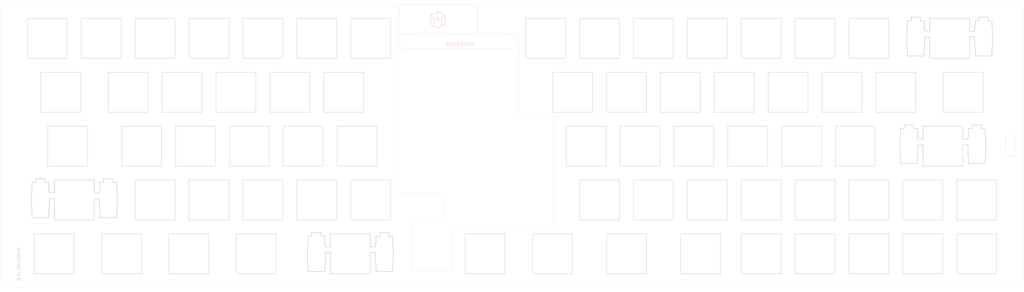
<source format=kicad_pcb>
(kicad_pcb (version 20240108) (generator "pcbnew") (generator_version "8.0")
  (layers (0 "F.Cu" signal) (31 "B.Cu" signal) (34 "B.Paste" user) (35 "F.Paste" user) (36 "B.SilkS" user "B.Silkscreen") (37 "F.SilkS" user "F.Silkscreen") (38 "B.Mask" user) (39 "F.Mask" user) (44 "Edge.Cuts" user))
  (net 0 "")
  (footprint "kbd_SW_Hole:SW_Hole_1u" (layer "F.Cu") (at 280.9875 142.875)
    (property "Reference" "SW68" (hide yes))
    (property "Value" "SW_Push" (hide yes))
    (fp_line (start -7.05 -7.05) (end 7.05 -7.05) (stroke (width 0.15)) (layer "Edge.Cuts"))
    (fp_line (start -7.05 7.05) (end -7.05 -7.05) (stroke (width 0.15)) (layer "Edge.Cuts"))
    (fp_line (start 7.05 -7.05) (end 7.05 7.05) (stroke (width 0.15)) (layer "Edge.Cuts"))
    (fp_line (start 7.05 7.05) (end -7.05 7.05) (stroke (width 0.15)) (layer "Edge.Cuts"))
  )
  (footprint "kbd_SW_Hole:SW_Hole_1u" (layer "F.Cu") (at 66.675 142.875)
    (property "Reference" "SW8" (hide yes))
    (property "Value" "SW_Push" (hide yes))
    (fp_line (start -7.05 -7.05) (end 7.05 -7.05) (stroke (width 0.15)) (layer "Edge.Cuts"))
    (fp_line (start -7.05 7.05) (end -7.05 -7.05) (stroke (width 0.15)) (layer "Edge.Cuts"))
    (fp_line (start 7.05 -7.05) (end 7.05 7.05) (stroke (width 0.15)) (layer "Edge.Cuts"))
    (fp_line (start 7.05 7.05) (end -7.05 7.05) (stroke (width 0.15)) (layer "Edge.Cuts"))
  )
  (footprint "kbd_Hole:m2_Screw_Hole" (layer "F.Cu") (at 197.643552 105.965666)
    (property "Reference" "Ref**" (hide yes))
    (property "Value" "RP-R")
    (pad "" np_thru_hole circle (at 0 0) (size 2.2 2.2) (drill 2.2) (layers "*.Cu" "*.Mask" "In1.Cu" "In2.Cu" "In3.Cu" "In4.Cu" "In5.Cu" "In6.Cu" "In7.Cu" "In8.Cu" "In9.Cu" "In10.Cu" "In11.Cu" "In12.Cu" "In13.Cu" "In14.Cu" "In15.Cu" "In16.Cu" "In17.Cu" "In18.Cu" "In19.Cu" "In20.Cu" "In21.Cu" "In22.Cu" "In23.Cu" "In24.Cu" "In25.Cu" "In26.Cu" "In27.Cu" "In28.Cu" "In29.Cu" "In30.Cu"))
  )
  (footprint "kbd_SW_Hole:SW_Hole_1u" (layer "F.Cu") (at 33.3375 104.775)
    (property "Reference" "SW1" (hide yes))
    (property "Value" "SW_Push" (hide yes))
    (fp_line (start -7.05 -7.05) (end 7.05 -7.05) (stroke (width 0.15)) (layer "Edge.Cuts"))
    (fp_line (start -7.05 7.05) (end -7.05 -7.05) (stroke (width 0.15)) (layer "Edge.Cuts"))
    (fp_line (start 7.05 -7.05) (end 7.05 7.05) (stroke (width 0.15)) (layer "Edge.Cuts"))
    (fp_line (start 7.05 7.05) (end -7.05 7.05) (stroke (width 0.15)) (layer "Edge.Cuts"))
  )
  (footprint "kbd_Hole:m2_Screw_Hole" (layer "F.Cu") (at 90.4875 95.25)
    (property "Reference" "Ref**")
    (property "Value" "Val**")
    (pad "" np_thru_hole circle (at 0 0) (size 2.2 2.2) (drill 2.2) (layers "*.Cu" "*.Mask" "In1.Cu" "In2.Cu" "In3.Cu" "In4.Cu" "In5.Cu" "In6.Cu" "In7.Cu" "In8.Cu" "In9.Cu" "In10.Cu" "In11.Cu" "In12.Cu" "In13.Cu" "In14.Cu" "In15.Cu" "In16.Cu" "In17.Cu" "In18.Cu" "In19.Cu" "In20.Cu" "In21.Cu" "In22.Cu" "In23.Cu" "In24.Cu" "In25.Cu" "In26.Cu" "In27.Cu" "In28.Cu" "In29.Cu" "In30.Cu"))
  )
  (footprint "kbd_SW_Hole:SW_Hole_1u" (layer "F.Cu") (at 266.7 104.775)
    (property "Reference" "SW66" (hide yes))
    (property "Value" "SW_Push" (hide yes))
    (fp_line (start -7.05 -7.05) (end 7.05 -7.05) (stroke (width 0.15)) (layer "Edge.Cuts"))
    (fp_line (start -7.05 7.05) (end -7.05 -7.05) (stroke (width 0.15)) (layer "Edge.Cuts"))
    (fp_line (start 7.05 -7.05) (end 7.05 7.05) (stroke (width 0.15)) (layer "Edge.Cuts"))
    (fp_line (start 7.05 7.05) (end -7.05 7.05) (stroke (width 0.15)) (layer "Edge.Cuts"))
  )
  (footprint "Rikkodo_FootPrint:rkd_cutdot" (layer "F.Cu") (at 157.460024 95.24992 90)
    (property "Reference" "REF**" (hide yes))
    (property "Value" "rkd_cutdot" (hide yes))
    (fp_line (start 1.190624 0.297656) (end 1.190482 -0.297479) (stroke (width 0.05)) (layer "Edge.Cuts"))
    (fp_line (start -1.190628 0.297656) (end -1.190768 -0.297479) (stroke (width 0.05)) (layer "Edge.Cuts"))
    (pad "" np_thru_hole circle (at -0.893198 0.000356 180) (size 0.5 0.5) (drill 0.5) (layers "*.Cu" "*.Mask" "In1.Cu" "In2.Cu" "In3.Cu" "In4.Cu" "In5.Cu" "In6.Cu" "In7.Cu" "In8.Cu" "In9.Cu" "In10.Cu" "In11.Cu" "In12.Cu" "In13.Cu" "In14.Cu" "In15.Cu" "In16.Cu" "In17.Cu" "In18.Cu" "In19.Cu" "In20.Cu" "In21.Cu" "In22.Cu" "In23.Cu" "In24.Cu" "In25.Cu" "In26.Cu" "In27.Cu" "In28.Cu" "In29.Cu" "In30.Cu"))
    (pad "" np_thru_hole circle (at -0.297886 0.000356 180) (size 0.5 0.5) (drill 0.5) (layers "*.Cu" "*.Mask" "In1.Cu" "In2.Cu" "In3.Cu" "In4.Cu" "In5.Cu" "In6.Cu" "In7.Cu" "In8.Cu" "In9.Cu" "In10.Cu" "In11.Cu" "In12.Cu" "In13.Cu" "In14.Cu" "In15.Cu" "In16.Cu" "In17.Cu" "In18.Cu" "In19.Cu" "In20.Cu" "In21.Cu" "In22.Cu" "In23.Cu" "In24.Cu" "In25.Cu" "In26.Cu" "In27.Cu" "In28.Cu" "In29.Cu" "In30.Cu"))
    (pad "" np_thru_hole circle (at 0.297426 0.000356 180) (size 0.5 0.5) (drill 0.5) (layers "*.Cu" "*.Mask" "In1.Cu" "In2.Cu" "In3.Cu" "In4.Cu" "In5.Cu" "In6.Cu" "In7.Cu" "In8.Cu" "In9.Cu" "In10.Cu" "In11.Cu" "In12.Cu" "In13.Cu" "In14.Cu" "In15.Cu" "In16.Cu" "In17.Cu" "In18.Cu" "In19.Cu" "In20.Cu" "In21.Cu" "In22.Cu" "In23.Cu" "In24.Cu" "In25.Cu" "In26.Cu" "In27.Cu" "In28.Cu" "In29.Cu" "In30.Cu"))
    (pad "" np_thru_hole circle (at 0.892738 0.000356 180) (size 0.5 0.5) (drill 0.5) (layers "*.Cu" "*.Mask" "In1.Cu" "In2.Cu" "In3.Cu" "In4.Cu" "In5.Cu" "In6.Cu" "In7.Cu" "In8.Cu" "In9.Cu" "In10.Cu" "In11.Cu" "In12.Cu" "In13.Cu" "In14.Cu" "In15.Cu" "In16.Cu" "In17.Cu" "In18.Cu" "In19.Cu" "In20.Cu" "In21.Cu" "In22.Cu" "In23.Cu" "In24.Cu" "In25.Cu" "In26.Cu" "In27.Cu" "In28.Cu" "In29.Cu" "In30.Cu"))
  )
  (footprint "kbd_Hole:m2_Screw_Hole" (layer "F.Cu") (at 19.05 190.5)
    (property "Reference" "Ref**")
    (property "Value" "Val**")
    (pad "" np_thru_hole circle (at 0 0) (size 2.2 2.2) (drill 2.2) (layers "*.Cu" "*.Mask" "In1.Cu" "In2.Cu" "In3.Cu" "In4.Cu" "In5.Cu" "In6.Cu" "In7.Cu" "In8.Cu" "In9.Cu" "In10.Cu" "In11.Cu" "In12.Cu" "In13.Cu" "In14.Cu" "In15.Cu" "In16.Cu" "In17.Cu" "In18.Cu" "In19.Cu" "In20.Cu" "In21.Cu" "In22.Cu" "In23.Cu" "In24.Cu" "In25.Cu" "In26.Cu" "In27.Cu" "In28.Cu" "In29.Cu" "In30.Cu"))
  )
  (footprint "kbd_Hole:m2_Screw_Hole" (layer "F.Cu") (at 152.4 95.25)
    (property "Reference" "Ref**" (hide yes))
    (property "Value" "RP-L")
    (pad "" np_thru_hole circle (at 0 0) (size 2.2 2.2) (drill 2.2) (layers "*.Cu" "*.Mask" "In1.Cu" "In2.Cu" "In3.Cu" "In4.Cu" "In5.Cu" "In6.Cu" "In7.Cu" "In8.Cu" "In9.Cu" "In10.Cu" "In11.Cu" "In12.Cu" "In13.Cu" "In14.Cu" "In15.Cu" "In16.Cu" "In17.Cu" "In18.Cu" "In19.Cu" "In20.Cu" "In21.Cu" "In22.Cu" "In23.Cu" "In24.Cu" "In25.Cu" "In26.Cu" "In27.Cu" "In28.Cu" "In29.Cu" "In30.Cu"))
  )
  (footprint "kbd_SW_Hole:SW_Hole_1u" (layer "F.Cu") (at 342.9 180.975)
    (property "Reference" "SW85" (hide yes))
    (property "Value" "SW_Push" (hide yes))
    (fp_line (start -7.05 -7.05) (end 7.05 -7.05) (stroke (width 0.15)) (layer "Edge.Cuts"))
    (fp_line (start -7.05 7.05) (end -7.05 -7.05) (stroke (width 0.15)) (layer "Edge.Cuts"))
    (fp_line (start 7.05 -7.05) (end 7.05 7.05) (stroke (width 0.15)) (layer "Edge.Cuts"))
    (fp_line (start 7.05 7.05) (end -7.05 7.05) (stroke (width 0.15)) (layer "Edge.Cuts"))
  )
  (footprint "kbd_SW_Hole:SW_Hole_1u" (layer "F.Cu") (at 300.0375 142.875)
    (property "Reference" "SW73" (hide yes))
    (property "Value" "SW_Push" (hide yes))
    (fp_line (start -7.05 -7.05) (end 7.05 -7.05) (stroke (width 0.15)) (layer "Edge.Cuts"))
    (fp_line (start -7.05 7.05) (end -7.05 -7.05) (stroke (width 0.15)) (layer "Edge.Cuts"))
    (fp_line (start 7.05 -7.05) (end 7.05 7.05) (stroke (width 0.15)) (layer "Edge.Cuts"))
    (fp_line (start 7.05 7.05) (end -7.05 7.05) (stroke (width 0.15)) (layer "Edge.Cuts"))
  )
  (footprint "kbd_Hole:m2_Screw_Hole" (layer "F.Cu") (at 295.275 190.5)
    (property "Reference" "Ref**")
    (property "Value" "Val**")
    (pad "" np_thru_hole circle (at 0 0) (size 2.2 2.2) (drill 2.2) (layers "*.Cu" "*.Mask" "In1.Cu" "In2.Cu" "In3.Cu" "In4.Cu" "In5.Cu" "In6.Cu" "In7.Cu" "In8.Cu" "In9.Cu" "In10.Cu" "In11.Cu" "In12.Cu" "In13.Cu" "In14.Cu" "In15.Cu" "In16.Cu" "In17.Cu" "In18.Cu" "In19.Cu" "In20.Cu" "In21.Cu" "In22.Cu" "In23.Cu" "In24.Cu" "In25.Cu" "In26.Cu" "In27.Cu" "In28.Cu" "In29.Cu" "In30.Cu"))
  )
  (footprint "kbd_Hole:m2_Screw_Hole" (layer "F.Cu") (at 19.05 95.25)
    (property "Reference" "Ref**")
    (property "Value" "Val**")
    (pad "" np_thru_hole circle (at 0 0) (size 2.2 2.2) (drill 2.2) (layers "*.Cu" "*.Mask" "In1.Cu" "In2.Cu" "In3.Cu" "In4.Cu" "In5.Cu" "In6.Cu" "In7.Cu" "In8.Cu" "In9.Cu" "In10.Cu" "In11.Cu" "In12.Cu" "In13.Cu" "In14.Cu" "In15.Cu" "In16.Cu" "In17.Cu" "In18.Cu" "In19.Cu" "In20.Cu" "In21.Cu" "In22.Cu" "In23.Cu" "In24.Cu" "In25.Cu" "In26.Cu" "In27.Cu" "In28.Cu" "In29.Cu" "In30.Cu"))
  )
  (footprint "kbd_Hole:m2_Screw_Hole" (layer "F.Cu") (at 133.35 95.25)
    (property "Reference" "Ref**" (hide yes))
    (property "Value" "Picot3R" (hide yes))
    (pad "" np_thru_hole circle (at 0 0) (size 2.2 2.2) (drill 2.2) (layers "*.Cu" "*.Mask" "In1.Cu" "In2.Cu" "In3.Cu" "In4.Cu" "In5.Cu" "In6.Cu" "In7.Cu" "In8.Cu" "In9.Cu" "In10.Cu" "In11.Cu" "In12.Cu" "In13.Cu" "In14.Cu" "In15.Cu" "In16.Cu" "In17.Cu" "In18.Cu" "In19.Cu" "In20.Cu" "In21.Cu" "In22.Cu" "In23.Cu" "In24.Cu" "In25.Cu" "In26.Cu" "In27.Cu" "In28.Cu" "In29.Cu" "In30.Cu"))
  )
  (footprint "kbd_Hole:m2_Screw_Hole" (layer "F.Cu") (at 376.2375 95.25)
    (property "Reference" "Ref**")
    (property "Value" "Val**")
    (pad "" np_thru_hole circle (at 0 0) (size 2.2 2.2) (drill 2.2) (layers "*.Cu" "*.Mask" "In1.Cu" "In2.Cu" "In3.Cu" "In4.Cu" "In5.Cu" "In6.Cu" "In7.Cu" "In8.Cu" "In9.Cu" "In10.Cu" "In11.Cu" "In12.Cu" "In13.Cu" "In14.Cu" "In15.Cu" "In16.Cu" "In17.Cu" "In18.Cu" "In19.Cu" "In20.Cu" "In21.Cu" "In22.Cu" "In23.Cu" "In24.Cu" "In25.Cu" "In26.Cu" "In27.Cu" "In28.Cu" "In29.Cu" "In30.Cu"))
  )
  (footprint "kbd_SW_Hole:SW_Hole_1u" (layer "F.Cu") (at 219.075 123.825)
    (property "Reference" "SW52" (hide yes))
    (property "Value" "SW_Push" (hide yes))
    (fp_line (start -7.05 -7.05) (end 7.05 -7.05) (stroke (width 0.15)) (layer "Edge.Cuts"))
    (fp_line (start -7.05 7.05) (end -7.05 -7.05) (stroke (width 0.15)) (layer "Edge.Cuts"))
    (fp_line (start 7.05 -7.05) (end 7.05 7.05) (stroke (width 0.15)) (layer "Edge.Cuts"))
    (fp_line (start 7.05 7.05) (end -7.05 7.05) (stroke (width 0.15)) (layer "Edge.Cuts"))
  )
  (footprint "Rikkodo_FootPrint:rkd_cutdot" (layer "F.Cu") (at 197.048272 103.286632)
    (property "Reference" "REF**" (hide yes))
    (property "Value" "rkd_cutdot" (hide yes))
    (fp_line (start -1.190628 0.297656) (end -1.190768 -0.297479) (stroke (width 0.05)) (layer "Edge.Cuts"))
    (fp_line (start 1.190624 0.297656) (end 1.190482 -0.297479) (stroke (width 0.05)) (layer "Edge.Cuts"))
    (pad "" np_thru_hole circle (at -0.893198 0.000356 90) (size 0.5 0.5) (drill 0.5) (layers "*.Cu" "*.Mask" "In1.Cu" "In2.Cu" "In3.Cu" "In4.Cu" "In5.Cu" "In6.Cu" "In7.Cu" "In8.Cu" "In9.Cu" "In10.Cu" "In11.Cu" "In12.Cu" "In13.Cu" "In14.Cu" "In15.Cu" "In16.Cu" "In17.Cu" "In18.Cu" "In19.Cu" "In20.Cu" "In21.Cu" "In22.Cu" "In23.Cu" "In24.Cu" "In25.Cu" "In26.Cu" "In27.Cu" "In28.Cu" "In29.Cu" "In30.Cu"))
    (pad "" np_thru_hole circle (at -0.297886 0.000356 90) (size 0.5 0.5) (drill 0.5) (layers "*.Cu" "*.Mask" "In1.Cu" "In2.Cu" "In3.Cu" "In4.Cu" "In5.Cu" "In6.Cu" "In7.Cu" "In8.Cu" "In9.Cu" "In10.Cu" "In11.Cu" "In12.Cu" "In13.Cu" "In14.Cu" "In15.Cu" "In16.Cu" "In17.Cu" "In18.Cu" "In19.Cu" "In20.Cu" "In21.Cu" "In22.Cu" "In23.Cu" "In24.Cu" "In25.Cu" "In26.Cu" "In27.Cu" "In28.Cu" "In29.Cu" "In30.Cu"))
    (pad "" np_thru_hole circle (at 0.297426 0.000356 90) (size 0.5 0.5) (drill 0.5) (layers "*.Cu" "*.Mask" "In1.Cu" "In2.Cu" "In3.Cu" "In4.Cu" "In5.Cu" "In6.Cu" "In7.Cu" "In8.Cu" "In9.Cu" "In10.Cu" "In11.Cu" "In12.Cu" "In13.Cu" "In14.Cu" "In15.Cu" "In16.Cu" "In17.Cu" "In18.Cu" "In19.Cu" "In20.Cu" "In21.Cu" "In22.Cu" "In23.Cu" "In24.Cu" "In25.Cu" "In26.Cu" "In27.Cu" "In28.Cu" "In29.Cu" "In30.Cu"))
    (pad "" np_thru_hole circle (at 0.892738 0.000356 90) (size 0.5 0.5) (drill 0.5) (layers "*.Cu" "*.Mask" "In1.Cu" "In2.Cu" "In3.Cu" "In4.Cu" "In5.Cu" "In6.Cu" "In7.Cu" "In8.Cu" "In9.Cu" "In10.Cu" "In11.Cu" "In12.Cu" "In13.Cu" "In14.Cu" "In15.Cu" "In16.Cu" "In17.Cu" "In18.Cu" "In19.Cu" "In20.Cu" "In21.Cu" "In22.Cu" "In23.Cu" "In24.Cu" "In25.Cu" "In26.Cu" "In27.Cu" "In28.Cu" "In29.Cu" "In30.Cu"))
  )
  (footprint "kbd_SW_Hole:SW_Hole_1u" (layer "F.Cu") (at 247.65 104.775)
    (property "Reference" "SW61" (hide yes))
    (property "Value" "SW_Push" (hide yes))
    (fp_line (start -7.05 -7.05) (end 7.05 -7.05) (stroke (width 0.15)) (layer "Edge.Cuts"))
    (fp_line (start -7.05 7.05) (end -7.05 -7.05) (stroke (width 0.15)) (layer "Edge.Cuts"))
    (fp_line (start 7.05 -7.05) (end 7.05 7.05) (stroke (width 0.15)) (layer "Edge.Cuts"))
    (fp_line (start 7.05 7.05) (end -7.05 7.05) (stroke (width 0.15)) (layer "Edge.Cuts"))
  )
  (footprint "kbd_SW_Hole:SW_Hole_1u" (layer "F.Cu") (at 285.75 161.925)
    (property "Reference" "SW69" (hide yes))
    (property "Value" "SW_Push" (hide yes))
    (fp_line (start -7.05 -7.05) (end 7.05 -7.05) (stroke (width 0.15)) (layer "Edge.Cuts"))
    (fp_line (start -7.05 7.05) (end -7.05 -7.05) (stroke (width 0.15)) (layer "Edge.Cuts"))
    (fp_line (start 7.05 -7.05) (end 7.05 7.05) (stroke (width 0.15)) (layer "Edge.Cuts"))
    (fp_line (start 7.05 7.05) (end -7.05 7.05) (stroke (width 0.15)) (layer "Edge.Cuts"))
  )
  (footprint "kbd_SW_Hole:SW_Hole_1u" (layer "F.Cu") (at 319.0875 142.875)
    (property "Reference" "SW78" (hide yes))
    (property "Value" "SW_Push" (hide yes))
    (fp_line (start -7.05 -7.05) (end 7.05 -7.05) (stroke (width 0.15)) (layer "Edge.Cuts"))
    (fp_line (start -7.05 7.05) (end -7.05 -7.05) (stroke (width 0.15)) (layer "Edge.Cuts"))
    (fp_line (start 7.05 -7.05) (end 7.05 7.05) (stroke (width 0.15)) (layer "Edge.Cuts"))
    (fp_line (start 7.05 7.05) (end -7.05 7.05) (stroke (width 0.15)) (layer "Edge.Cuts"))
  )
  (footprint "kbd_SW_Hole:SW_Hole_1u" (layer "F.Cu") (at 314.325 123.825)
    (property "Reference" "SW77" (hide yes))
    (property "Value" "SW_Push" (hide yes))
    (fp_line (start -7.05 -7.05) (end 7.05 -7.05) (stroke (width 0.15)) (layer "Edge.Cuts"))
    (fp_line (start -7.05 7.05) (end -7.05 -7.05) (stroke (width 0.15)) (layer "Edge.Cuts"))
    (fp_line (start 7.05 -7.05) (end 7.05 7.05) (stroke (width 0.15)) (layer "Edge.Cuts"))
    (fp_line (start 7.05 7.05) (end -7.05 7.05) (stroke (width 0.15)) (layer "Edge.Cuts"))
  )
  (footprint "Rikkodo_FootPrint:rkd_Top_GateronChocV2byV1_2u" (layer "F.Cu") (at 350.04375 142.875)
    (property "Reference" "SW66" (hide yes))
    (property "Value" "SW_PUSH" (hide yes))
    (fp_line (start -15.15 -3.5) (end -15.15 3.5) (stroke (width 0.2)) (layer "Edge.Cuts"))
    (fp_line (start -14.95 -6.225) (end -14.95 -3.5) (stroke (width 0.2)) (layer "Edge.Cuts"))
    (fp_line (start -14.95 -6.225) (end -13.65 -6.225) (stroke (width 0.2)) (layer "Edge.Cuts"))
    (fp_line (start -14.95 -3.5) (end -15.15 -3.5) (stroke (width 0.2)) (layer "Edge.Cuts"))
    (fp_line (start -14.95 3.5) (end -15.15 3.5) (stroke (width 0.2)) (layer "Edge.Cuts"))
    (fp_line (start -14.95 3.5) (end -14.95 6.225) (stroke (width 0.2)) (layer "Edge.Cuts"))
    (fp_line (start -13.65 -7.5) (end -13.65 -6.225) (stroke (width 0.2)) (layer "Edge.Cuts"))
    (fp_line (start -13.65 -7.5) (end -10.35 -7.5) (stroke (width 0.2)) (layer "Edge.Cuts"))
    (fp_line (start -10.35 -7.5) (end -10.35 -6.225) (stroke (width 0.2)) (layer "Edge.Cuts"))
    (fp_line (start -10.35 -6.225) (end -9.05 -6.225) (stroke (width 0.2)) (layer "Edge.Cuts"))
    (fp_line (start -9.05 -6.225) (end -9.05 -3.5) (stroke (width 0.2)) (layer "Edge.Cuts"))
    (fp_line (start -9.05 -3.5) (end -8.85 -3.5) (stroke (width 0.2)) (layer "Edge.Cuts"))
    (fp_line (start -9.05 3.5) (end -9.05 6.225) (stroke (width 0.2)) (layer "Edge.Cuts"))
    (fp_line (start -9.05 3.5) (end -8.85 3.5) (stroke (width 0.2)) (layer "Edge.Cuts"))
    (fp_line (start -9.05 6.225) (end -14.95 6.225) (stroke (width 0.2)) (layer "Edge.Cuts"))
    (fp_line (start -8.85 -3.5) (end -8.85 -2.5) (stroke (width 0.2)) (layer "Edge.Cuts"))
    (fp_line (start -8.85 -2.5) (end -7.05 -2.5) (stroke (width 0.2)) (layer "Edge.Cuts"))
    (fp_line (start -8.85 -0.5) (end -8.85 3.5) (stroke (width 0.2)) (layer "Edge.Cuts"))
    (fp_line (start -8.85 -0.5) (end -7.05 -0.5) (stroke (width 0.2)) (layer "Edge.Cuts"))
    (fp_line (start -7.05 -7.05) (end 7.05 -7.05) (stroke (width 0.2)) (layer "Edge.Cuts"))
    (fp_line (start -7.05 -2.5) (end -7.05 -7.05) (stroke (width 0.2)) (layer "Edge.Cuts"))
    (fp_line (start -7.05 7.05) (end -7.05 -0.5) (stroke (width 0.2)) (layer "Edge.Cuts"))
    (fp_line (start 7.05 -2.5) (end 7.05 -7.05) (stroke (width 0.2)) (layer "Edge.Cuts"))
    (fp_line (start 7.05 -2.5) (end 8.85 -2.5) (stroke (width 0.2)) (layer "Edge.Cuts"))
    (fp_line (start 7.05 -0.5) (end 7.05 7.05) (stroke (width 0.15)) (layer "Edge.Cuts"))
    (fp_line (start 7.05 -0.5) (end 8.85 -0.5) (stroke (width 0.2)) (layer "Edge.Cuts"))
    (fp_line (start 7.05 7.05) (end -7.05 7.05) (stroke (width 0.2)) (layer "Edge.Cuts"))
    (fp_line (start 8.85 -3.5) (end 9.05 -3.5) (stroke (width 0.2)) (layer "Edge.Cuts"))
    (fp_line (start 8.85 -2.5) (end 8.85 -3.5) (stroke (width 0.2)) (layer "Edge.Cuts"))
    (fp_line (start 8.85 -0.5) (end 8.85 3.5) (stroke (width 0.2)) (layer "Edge.Cuts"))
    (fp_line (start 9.05 -6.225) (end 9.05 -3.5) (stroke (width 0.2)) (layer "Edge.Cuts"))
    (fp_line (start 9.05 -6.225) (end 10.35 -6.225) (stroke (width 0.2)) (layer "Edge.Cuts"))
    (fp_line (start 9.05 3.5) (end 8.85 3.5) (stroke (width 0.2)) (layer "Edge.Cuts"))
    (fp_line (start 9.05 3.5) (end 9.05 6.225) (stroke (width 0.2)) (layer "Edge.Cuts"))
    (fp_line (start 10.35 -7.5) (end 10.35 -6.225) (stroke (width 0.2)) (layer "Edge.Cuts"))
    (fp_line (start 10.35 -7.5) (end 13.65 -7.5) (stroke (width 0.2)) (layer "Edge.Cuts"))
    (fp_line (start 13.65 -7.5) (end 13.65 -6.225) (stroke (width 0.2)) (layer "Edge.Cuts"))
    (fp_line (start 13.65 -6.225) (end 14.95 -6.225) (stroke (width 0.2)) (layer "Edge.Cuts"))
    (fp_line (start 14.95 -6.225) (end 14.95 -3.5) (stroke (width 0.2)) (layer "Edge.Cuts"))
    (fp_line (start 14.95 -3.5) (end 15.15 -3.5) (stroke (width 0.2)) (layer "Edge.Cuts"))
    (fp_line (start 14.95 3.5) (end 14.95 6.225) (stroke (width 0.2)) (layer "Edge.Cuts"))
    (fp_line (start 14.95 6.225) (end 9.05 6.225) (stroke (width 0.2)) (layer "Edge.Cuts"))
    (fp_line (start 15.15 -3.5) (end 15.15 3.5) (stroke (width 0.2)) (layer "Edge.Cuts"))
    (fp_line (start 15.15 3.5) (end 14.95 3.5) (stroke (width 0.2)) (layer "Edge.Cuts"))
  )
  (footprint "kbd_SW_Hole:SW_Hole_1u" (layer "F.Cu") (at 100.0125 123.825)
    (property "Reference" "SW17" (hide yes))
    (property "Value" "SW_Push" (hide yes))
    (fp_line (start -7.05 -7.05) (end 7.05 -7.05) (stroke (width 0.15)) (layer "Edge.Cuts"))
    (fp_line (start -7.05 7.05) (end -7.05 -7.05) (stroke (width 0.15)) (layer "Edge.Cuts"))
    (fp_line (start 7.05 -7.05) (end 7.05 7.05) (stroke (width 0.15)) (layer "Edge.Cuts"))
    (fp_line (start 7.05 7.05) (end -7.05 7.05) (stroke (width 0.15)) (layer "Edge.Cuts"))
  )
  (footprint "kbd_Hole:m2_Screw_Hole" (layer "F.Cu") (at 226.21875 190.5)
    (property "Reference" "Ref**")
    (property "Value" "Val**")
    (pad "" np_thru_hole circle (at 0 0) (size 2.2 2.2) (drill 2.2) (layers "*.Cu" "*.Mask" "In1.Cu" "In2.Cu" "In3.Cu" "In4.Cu" "In5.Cu" "In6.Cu" "In7.Cu" "In8.Cu" "In9.Cu" "In10.Cu" "In11.Cu" "In12.Cu" "In13.Cu" "In14.Cu" "In15.Cu" "In16.Cu" "In17.Cu" "In18.Cu" "In19.Cu" "In20.Cu" "In21.Cu" "In22.Cu" "In23.Cu" "In24.Cu" "In25.Cu" "In26.Cu" "In27.Cu" "In28.Cu" "In29.Cu" "In30.Cu"))
  )
  (footprint "kbd_SW_Hole:SW_Hole_1u" (layer "F.Cu") (at 71.4375 161.925)
    (property "Reference" "SW9" (hide yes))
    (property "Value" "SW_Push" (hide yes))
    (fp_line (start -7.05 -7.05) (end 7.05 -7.05) (stroke (width 0.15)) (layer "Edge.Cuts"))
    (fp_line (start -7.05 7.05) (end -7.05 -7.05) (stroke (width 0.15)) (layer "Edge.Cuts"))
    (fp_line (start 7.05 -7.05) (end 7.05 7.05) (stroke (width 0.15)) (layer "Edge.Cuts"))
    (fp_line (start 7.05 7.05) (end -7.05 7.05) (stroke (width 0.15)) (layer "Edge.Cuts"))
  )
  (footprint "kbd_SW_Hole:SW_Hole_1u" (layer "F.Cu") (at 147.6375 104.775)
    (property "Reference" "SW26" (hide yes))
    (property "Value" "SW_Push" (hide yes))
    (fp_line (start -7.05 -7.05) (end 7.05 -7.05) (stroke (width 0.15)) (layer "Edge.Cuts"))
    (fp_line (start -7.05 7.05) (end -7.05 -7.05) (stroke (width 0.15)) (layer "Edge.Cuts"))
    (fp_line (start 7.05 -7.05) (end 7.05 7.05) (stroke (width 0.15)) (layer "Edge.Cuts"))
    (fp_line (start 7.05 7.05) (end -7.05 7.05) (stroke (width 0.15)) (layer "Edge.Cuts"))
  )
  (footprint "kbd_SW_Hole:SW_Hole_1.5u" (layer "F.Cu") (at 238.125 180.975)
    (property "Reference" "SW60" (hide yes))
    (property "Value" "SW_Push" (hide yes))
    (fp_line (start -7.05 -7.05) (end 7.05 -7.05) (stroke (width 0.15)) (layer "Edge.Cuts"))
    (fp_line (start -7.05 7.05) (end -7.05 -7.05) (stroke (width 0.15)) (layer "Edge.Cuts"))
    (fp_line (start 7.05 -7.05) (end 7.05 7.05) (stroke (width 0.15)) (layer "Edge.Cuts"))
    (fp_line (start 7.05 7.05) (end -7.05 7.05) (stroke (width 0.15)) (layer "Edge.Cuts"))
  )
  (footprint "kbd_Hole:m2_Screw_Hole" (layer "F.Cu") (at 190.5 95.25)
    (property "Reference" "Ref**" (hide yes))
    (property "Value" "RP-R")
    (pad "" np_thru_hole circle (at 0 0) (size 2.2 2.2) (drill 2.2) (layers "*.Cu" "*.Mask" "In1.Cu" "In2.Cu" "In3.Cu" "In4.Cu" "In5.Cu" "In6.Cu" "In7.Cu" "In8.Cu" "In9.Cu" "In10.Cu" "In11.Cu" "In12.Cu" "In13.Cu" "In14.Cu" "In15.Cu" "In16.Cu" "In17.Cu" "In18.Cu" "In19.Cu" "In20.Cu" "In21.Cu" "In22.Cu" "In23.Cu" "In24.Cu" "In25.Cu" "In26.Cu" "In27.Cu" "In28.Cu" "In29.Cu" "In30.Cu"))
  )
  (footprint "kbd_SW_Hole:SW_Hole_1u" (layer "F.Cu") (at 242.8875 142.875)
    (property "Reference" "SW58" (hide yes))
    (property "Value" "SW_Push" (hide yes))
    (fp_line (start -7.05 -7.05) (end 7.05 -7.05) (stroke (width 0.15)) (layer "Edge.Cuts"))
    (fp_line (start -7.05 7.05) (end -7.05 -7.05) (stroke (width 0.15)) (layer "Edge.Cuts"))
    (fp_line (start 7.05 -7.05) (end 7.05 7.05) (stroke (width 0.15)) (layer "Edge.Cuts"))
    (fp_line (start 7.05 7.05) (end -7.05 7.05) (stroke (width 0.15)) (layer "Edge.Cuts"))
  )
  (footprint "kbd_Hole:m2_Screw_Hole" (layer "F.Cu") (at 114.3 152.4)
    (property "Reference" "Ref**")
    (property "Value" "Val**")
    (pad "" np_thru_hole circle (at 0 0) (size 2.2 2.2) (drill 2.2) (layers "*.Cu" "*.Mask" "In1.Cu" "In2.Cu" "In3.Cu" "In4.Cu" "In5.Cu" "In6.Cu" "In7.Cu" "In8.Cu" "In9.Cu" "In10.Cu" "In11.Cu" "In12.Cu" "In13.Cu" "In14.Cu" "In15.Cu" "In16.Cu" "In17.Cu" "In18.Cu" "In19.Cu" "In20.Cu" "In21.Cu" "In22.Cu" "In23.Cu" "In24.Cu" "In25.Cu" "In26.Cu" "In27.Cu" "In28.Cu" "In29.Cu" "In30.Cu"))
  )
  (footprint "kbd_SW_Hole:SW_Hole_1u" (layer "F.Cu") (at 261.9375 142.875)
    (property "Reference" "SW63" (hide yes))
    (property "Value" "SW_Push" (hide yes))
    (fp_line (start -7.05 -7.05) (end 7.05 -7.05) (stroke (width 0.15)) (layer "Edge.Cuts"))
    (fp_line (start -7.05 7.05) (end -7.05 -7.05) (stroke (width 0.15)) (layer "Edge.Cuts"))
    (fp_line (start 7.05 -7.05) (end 7.05 7.05) (stroke (width 0.15)) (layer "Edge.Cuts"))
    (fp_line (start 7.05 7.05) (end -7.05 7.05) (stroke (width 0.15)) (layer "Edge.Cuts"))
  )
  (footprint "kbd_SW_Hole:SW_Hole_1.25u" (layer "F.Cu") (at 264.31875 180.975)
    (property "Reference" "SW65" (hide yes))
    (property "Value" "SW_Push" (hide yes))
    (fp_line (start -7.05 -7.05) (end 7.05 -7.05) (stroke (width 0.15)) (layer "Edge.Cuts"))
    (fp_line (start -7.05 7.05) (end -7.05 -7.05) (stroke (width 0.15)) (layer "Edge.Cuts"))
    (fp_line (start 7.05 -7.05) (end 7.05 7.05) (stroke (width 0.15)) (layer "Edge.Cuts"))
    (fp_line (start 7.05 7.05) (end -7.05 7.05) (stroke (width 0.15)) (layer "Edge.Cuts"))
  )
  (footprint "kbd_Hole:m2_Screw_Hole" (layer "F.Cu") (at 209.55 95.25)
    (property "Reference" "Ref**" (hide yes))
    (property "Value" "Picot3R" (hide yes))
    (pad "" np_thru_hole circle (at 0 0) (size 2.2 2.2) (drill 2.2) (layers "*.Cu" "*.Mask" "In1.Cu" "In2.Cu" "In3.Cu" "In4.Cu" "In5.Cu" "In6.Cu" "In7.Cu" "In8.Cu" "In9.Cu" "In10.Cu" "In11.Cu" "In12.Cu" "In13.Cu" "In14.Cu" "In15.Cu" "In16.Cu" "In17.Cu" "In18.Cu" "In19.Cu" "In20.Cu" "In21.Cu" "In22.Cu" "In23.Cu" "In24.Cu" "In25.Cu" "In26.Cu" "In27.Cu" "In28.Cu" "In29.Cu" "In30.Cu"))
  )
  (footprint "kbd_SW_Hole:SW_Hole_1u" (layer "F.Cu") (at 52.3875 104.775)
    (property "Reference" "SW6" (hide yes))
    (property "Value" "SW_Push" (hide yes))
    (fp_line (start -7.05 -7.05) (end 7.05 -7.05) (stroke (width 0.15)) (layer "Edge.Cuts"))
    (fp_line (start -7.05 7.05) (end -7.05 -7.05) (stroke (width 0.15)) (layer "Edge.Cuts"))
    (fp_line (start 7.05 -7.05) (end 7.05 7.05) (stroke (width 0.15)) (layer "Edge.Cuts"))
    (fp_line (start 7.05 7.05) (end -7.05 7.05) (stroke (width 0.15)) (layer "Edge.Cuts"))
  )
  (footprint "kbd_SW_Hole:SW_Hole_1.5u" (layer "F.Cu") (at 357.1875 123.825)
    (property "Reference" "SW87" (hide yes))
    (property "Value" "SW_Push" (hide yes))
    (fp_line (start -7.05 -7.05) (end 7.05 -7.05) (stroke (width 0.15)) (layer "Edge.Cuts"))
    (fp_line (start -7.05 7.05) (end -7.05 -7.05) (stroke (width 0.15)) (layer "Edge.Cuts"))
    (fp_line (start 7.05 -7.05) (end 7.05 7.05) (stroke (width 0.15)) (layer "Edge.Cuts"))
    (fp_line (start 7.05 7.05) (end -7.05 7.05) (stroke (width 0.15)) (layer "Edge.Cuts"))
  )
  (footprint "kbd_SW_Hole:SW_Hole_1u" (layer "F.Cu") (at 123.825 142.875)
    (property "Reference" "SW23" (hide yes))
    (property "Value" "SW_Push" (hide yes))
    (fp_line (start -7.05 -7.05) (end 7.05 -7.05) (stroke (width 0.15)) (layer "Edge.Cuts"))
    (fp_line (start -7.05 7.05) (end -7.05 -7.05) (stroke (width 0.15)) (layer "Edge.Cuts"))
    (fp_line (start 7.05 -7.05) (end 7.05 7.05) (stroke (width 0.15)) (layer "Edge.Cuts"))
    (fp_line (start 7.05 7.05) (end -7.05 7.05) (stroke (width 0.15)) (layer "Edge.Cuts"))
  )
  (footprint "kbd_SW_Hole:SW_Hole_1u" (layer "F.Cu") (at 61.9125 123.825)
    (property "Reference" "SW7" (hide yes))
    (property "Value" "SW_Push" (hide yes))
    (fp_line (start -7.05 -7.05) (end 7.05 -7.05) (stroke (width 0.15)) (layer "Edge.Cuts"))
    (fp_line (start -7.05 7.05) (end -7.05 -7.05) (stroke (width 0.15)) (layer "Edge.Cuts"))
    (fp_line (start 7.05 -7.05) (end 7.05 7.05) (stroke (width 0.15)) (layer "Edge.Cuts"))
    (fp_line (start 7.05 7.05) (end -7.05 7.05) (stroke (width 0.15)) (layer "Edge.Cuts"))
  )
  (footprint "kbd_SW_Hole:SW_Hole_1.75u" (layer "F.Cu") (at 40.4813 142.875)
    (property "Reference" "SW3" (hide yes))
    (property "Value" "SW_Push" (hide yes))
    (fp_line (start -7.05 -7.05) (end 7.05 -7.05) (stroke (width 0.15)) (layer "Edge.Cuts"))
    (fp_line (start -7.05 7.05) (end -7.05 -7.05) (stroke (width 0.15)) (layer "Edge.Cuts"))
    (fp_line (start 7.05 -7.05) (end 7.05 7.05) (stroke (width 0.15)) (layer "Edge.Cuts"))
    (fp_line (start 7.05 7.05) (end -7.05 7.05) (stroke (width 0.15)) (layer "Edge.Cuts"))
  )
  (footprint "kbd_SW_Hole:SW_Hole_1u" (layer "F.Cu") (at 257.175 123.825)
    (property "Reference" "SW62" (hide yes))
    (property "Value" "SW_Push" (hide yes))
    (fp_line (start -7.05 -7.05) (end 7.05 -7.05) (stroke (width 0.15)) (layer "Edge.Cuts"))
    (fp_line (start -7.05 7.05) (end -7.05 -7.05) (stroke (width 0.15)) (layer "Edge.Cuts"))
    (fp_line (start 7.05 -7.05) (end 7.05 7.05) (stroke (width 0.15)) (layer "Edge.Cuts"))
    (fp_line (start 7.05 7.05) (end -7.05 7.05) (stroke (width 0.15)) (layer "Edge.Cuts"))
  )
  (footprint "Rikkodo_FootPrint:rkd_cutdot" (layer "F.Cu") (at 160.138928 103.286632)
    (property "Reference" "REF**" (hide yes))
    (property "Value" "rkd_cutdot" (hide yes))
    (fp_line (start -1.190628 0.297656) (end -1.190768 -0.297479) (stroke (width 0.05)) (layer "Edge.Cuts"))
    (fp_line (start 1.190624 0.297656) (end 1.190482 -0.297479) (stroke (width 0.05)) (layer "Edge.Cuts"))
    (pad "" np_thru_hole circle (at -0.893198 0.000356 90) (size 0.5 0.5) (drill 0.5) (layers "*.Cu" "*.Mask" "In1.Cu" "In2.Cu" "In3.Cu" "In4.Cu" "In5.Cu" "In6.Cu" "In7.Cu" "In8.Cu" "In9.Cu" "In10.Cu" "In11.Cu" "In12.Cu" "In13.Cu" "In14.Cu" "In15.Cu" "In16.Cu" "In17.Cu" "In18.Cu" "In19.Cu" "In20.Cu" "In21.Cu" "In22.Cu" "In23.Cu" "In24.Cu" "In25.Cu" "In26.Cu" "In27.Cu" "In28.Cu" "In29.Cu" "In30.Cu"))
    (pad "" np_thru_hole circle (at -0.297886 0.000356 90) (size 0.5 0.5) (drill 0.5) (layers "*.Cu" "*.Mask" "In1.Cu" "In2.Cu" "In3.Cu" "In4.Cu" "In5.Cu" "In6.Cu" "In7.Cu" "In8.Cu" "In9.Cu" "In10.Cu" "In11.Cu" "In12.Cu" "In13.Cu" "In14.Cu" "In15.Cu" "In16.Cu" "In17.Cu" "In18.Cu" "In19.Cu" "In20.Cu" "In21.Cu" "In22.Cu" "In23.Cu" "In24.Cu" "In25.Cu" "In26.Cu" "In27.Cu" "In28.Cu" "In29.Cu" "In30.Cu"))
    (pad "" np_thru_hole circle (at 0.297426 0.000356 90) (size 0.5 0.5) (drill 0.5) (layers "*.Cu" "*.Mask" "In1.Cu" "In2.Cu" "In3.Cu" "In4.Cu" "In5.Cu" "In6.Cu" "In7.Cu" "In8.Cu" "In9.Cu" "In10.Cu" "In11.Cu" "In12.Cu" "In13.Cu" "In14.Cu" "In15.Cu" "In16.Cu" "In17.Cu" "In18.Cu" "In19.Cu" "In20.Cu" "In21.Cu" "In22.Cu" "In23.Cu" "In24.Cu" "In25.Cu" "In26.Cu" "In27.Cu" "In28.Cu" "In29.Cu" "In30.Cu"))
    (pad "" np_thru_hole circle (at 0.892738 0.000356 90) (size 0.5 0.5) (drill 0.5) (layers "*.Cu" "*.Mask" "In1.Cu" "In2.Cu" "In3.Cu" "In4.Cu" "In5.Cu" "In6.Cu" "In7.Cu" "In8.Cu" "In9.Cu" "In10.Cu" "In11.Cu" "In12.Cu" "In13.Cu" "In14.Cu" "In15.Cu" "In16.Cu" "In17.Cu" "In18.Cu" "In19.Cu" "In20.Cu" "In21.Cu" "In22.Cu" "In23.Cu" "In24.Cu" "In25.Cu" "In26.Cu" "In27.Cu" "In28.Cu" "In29.Cu" "In30.Cu"))
  )
  (footprint "kbd_SW_Hole:SW_Hole_1u" (layer "F.Cu") (at 342.9 161.925)
    (property "Reference" "SW84" (hide yes))
    (property "Value" "SW_Push" (hide yes))
    (fp_line (start -7.05 -7.05) (end 7.05 -7.05) (stroke (width 0.15)) (layer "Edge.Cuts"))
    (fp_line (start -7.05 7.05) (end -7.05 -7.05) (stroke (width 0.15)) (layer "Edge.Cuts"))
    (fp_line (start 7.05 -7.05) (end 7.05 7.05) (stroke (width 0.15)) (layer "Edge.Cuts"))
    (fp_line (start 7.05 7.05) (end -7.05 7.05) (stroke (width 0.15)) (layer "Edge.Cuts"))
  )
  (footprint "kbd_SW_Hole:SW_Hole_1u" (layer "F.Cu") (at 119.0625 123.825)
    (property "Reference" "SW22" (hide yes))
    (property "Value" "SW_Push" (hide yes))
    (fp_line (start -7.05 -7.05) (end 7.05 -7.05) (stroke (width 0.15)) (layer "Edge.Cuts"))
    (fp_line (start -7.05 7.05) (end -7.05 -7.05) (stroke (width 0.15)) (layer "Edge.Cuts"))
    (fp_line (start 7.05 -7.05) (end 7.05 7.05) (stroke (width 0.15)) (layer "Edge.Cuts"))
    (fp_line (start 7.05 7.05) (end -7.05 7.05) (stroke (width 0.15)) (layer "Edge.Cuts"))
  )
  (footprint "kbd_SW_Hole:SW_Hole_1u" (layer "F.Cu") (at 142.875 142.875)
    (property "Reference" "SW28" (hide yes))
    (property "Value" "SW_Push" (hide yes))
    (fp_line (start -7.05 -7.05) (end 7.05 -7.05) (stroke (width 0.15)) (layer "Edge.Cuts"))
    (fp_line (start -7.05 7.05) (end -7.05 -7.05) (stroke (width 0.15)) (layer "Edge.Cuts"))
    (fp_line (start 7.05 -7.05) (end 7.05 7.05) (stroke (width 0.15)) (layer "Edge.Cuts"))
    (fp_line (start 7.05 7.05) (end -7.05 7.05) (stroke (width 0.15)) (layer "Edge.Cuts"))
  )
  (footprint "kbd_SW_Hole:SW_Hole_1u" (layer "F.Cu") (at 333.375 123.825)
    (property "Reference" "SW82" (hide yes))
    (property "Value" "SW_Push" (hide yes))
    (fp_line (start -7.05 -7.05) (end 7.05 -7.05) (stroke (width 0.15)) (layer "Edge.Cuts"))
    (fp_line (start -7.05 7.05) (end -7.05 -7.05) (stroke (width 0.15)) (layer "Edge.Cuts"))
    (fp_line (start 7.05 -7.05) (end 7.05 7.05) (stroke (width 0.15)) (layer "Edge.Cuts"))
    (fp_line (start 7.05 7.05) (end -7.05 7.05) (stroke (width 0.15)) (layer "Edge.Cuts"))
  )
  (footprint "kbd_SW_Hole:SW_Hole_1.25u" (layer "F.Cu") (at 83.3438 180.975)
    (property "Reference" "SW15" (hide yes))
    (property "Value" "SW_Push" (hide yes))
    (fp_line (start -7.05 -7.05) (end 7.05 -7.05) (stroke (width 0.15)) (layer "Edge.Cuts"))
    (fp_line (start -7.05 7.05) (end -7.05 -7.05) (stroke (width 0.15)) (layer "Edge.Cuts"))
    (fp_line (start 7.05 -7.05) (end 7.05 7.05) (stroke (width 0.15)) (layer "Edge.Cuts"))
    (fp_line (start 7.05 7.05) (end -7.05 7.05) (stroke (width 0.15)) (layer "Edge.Cuts"))
  )
  (footprint "kbd_SW_Hole:SW_Hole_1.25u" (layer "F.Cu") (at 35.7188 180.975)
    (property "Reference" "SW5" (hide yes))
    (property "Value" "SW_Push" (hide yes))
    (fp_line (start -7.05 -7.05) (end 7.05 -7.05) (stroke (width 0.15)) (layer "Edge.Cuts"))
    (fp_line (start -7.05 7.05) (end -7.05 -7.05) (stroke (width 0.15)) (layer "Edge.Cuts"))
    (fp_line (start 7.05 -7.05) (end 7.05 7.05) (stroke (width 0.15)) (layer "Edge.Cuts"))
    (fp_line (start 7.05 7.05) (end -7.05 7.05) (stroke (width 0.15)) (layer "Edge.Cuts"))
  )
  (footprint "kbd_SW_Hole:SW_Hole_1u" (layer "F.Cu") (at 109.5375 161.925)
    (property "Reference" "SW19" (hide yes))
    (property "Value" "SW_Push" (hide yes))
    (fp_line (start -7.05 -7.05) (end 7.05 -7.05) (stroke (width 0.15)) (layer "Edge.Cuts"))
    (fp_line (start -7.05 7.05) (end -7.05 -7.05) (stroke (width 0.15)) (layer "Edge.Cuts"))
    (fp_line (start 7.05 -7.05) (end 7.05 7.05) (stroke (width 0.15)) (layer "Edge.Cuts"))
    (fp_line (start 7.05 7.05) (end -7.05 7.05) (stroke (width 0.15)) (layer "Edge.Cuts"))
  )
  (footprint "kbd_SW_Hole:SW_Hole_1u" (layer "F.Cu") (at 223.8375 142.875)
    (property "Reference" "SW53" (hide yes))
    (property "Value" "SW_Push" (hide yes))
    (fp_line (start -7.05 -7.05) (end 7.05 -7.05) (stroke (width 0.15)) (layer "Edge.Cuts"))
    (fp_line (start -7.05 7.05) (end -7.05 -7.05) (stroke (width 0.15)) (layer "Edge.Cuts"))
    (fp_line (start 7.05 -7.05) (end 7.05 7.05) (stroke (width 0.15)) (layer "Edge.Cuts"))
    (fp_line (start 7.05 7.05) (end -7.05 7.05) (stroke (width 0.15)) (layer "Edge.Cuts"))
  )
  (footprint "kbd_Hole:m2_Screw_Hole" (layer "F.Cu") (at 71.4375 133.35)
    (property "Reference" "Ref**")
    (property "Value" "Val**")
    (pad "" np_thru_hole circle (at 0 0) (size 2.2 2.2) (drill 2.2) (layers "*.Cu" "*.Mask" "In1.Cu" "In2.Cu" "In3.Cu" "In4.Cu" "In5.Cu" "In6.Cu" "In7.Cu" "In8.Cu" "In9.Cu" "In10.Cu" "In11.Cu" "In12.Cu" "In13.Cu" "In14.Cu" "In15.Cu" "In16.Cu" "In17.Cu" "In18.Cu" "In19.Cu" "In20.Cu" "In21.Cu" "In22.Cu" "In23.Cu" "In24.Cu" "In25.Cu" "In26.Cu" "In27.Cu" "In28.Cu" "In29.Cu" "In30.Cu"))
  )
  (footprint "kbd_SW_Hole:SW_Hole_1u" (layer "F.Cu") (at 247.65 161.925)
    (property "Reference" "SW59" (hide yes))
    (property "Value" "SW_Push" (hide yes))
    (fp_line (start -7.05 -7.05) (end 7.05 -7.05) (stroke (width 0.15)) (layer "Edge.Cuts"))
    (fp_line (start -7.05 7.05) (end -7.05 -7.05) (stroke (width 0.15)) (layer "Edge.Cuts"))
    (fp_line (start 7.05 -7.05) (end 7.05 7.05) (stroke (width 0.15)) (layer "Edge.Cuts"))
    (fp_line (start 7.05 7.05) (end -7.05 7.05) (stroke (width 0.15)) (layer "Edge.Cuts"))
  )
  (footprint "kbd_SW_Hole:SW_Hole_1u" (layer "F.Cu") (at 147.6375 161.925)
    (property "Reference" "SW29" (hide yes))
    (property "Value" "SW_Push" (hide yes))
    (fp_line (start -7.05 -7.05) (end 7.05 -7.05) (stroke (width 0.15)) (layer "Edge.Cuts"))
    (fp_line (start -7.05 7.05) (end -7.05 -7.05) (stroke (width 0.15)) (layer "Edge.Cuts"))
    (fp_line (start 7.05 -7.05) (end 7.05 7.05) (stroke (width 0.15)) (layer "Edge.Cuts"))
    (fp_line (start 7.05 7.05) (end -7.05 7.05) (stroke (width 0.15)) (layer "Edge.Cuts"))
  )
  (footprint "kbd_SW_Hole:SW_Hole_1u" (layer "F.Cu") (at 104.775 142.875)
    (property "Reference" "SW18" (hide yes))
    (property "Value" "SW_Push" (hide yes))
    (fp_line (start -7.05 -7.05) (end 7.05 -7.05) (stroke (width 0.15)) (layer "Edge.Cuts"))
    (fp_line (start -7.05 7.05) (end -7.05 -7.05) (stroke (width 0.15)) (layer "Edge.Cuts"))
    (fp_line (start 7.05 -7.05) (end 7.05 7.05) (stroke (width 0.15)) (layer "Edge.Cuts"))
    (fp_line (start 7.05 7.05) (end -7.05 7.05) (stroke (width 0.15)) (layer "Edge.Cuts"))
  )
  (footprint "kbd_SW_Hole:SW_Hole_1.5u" (layer "F.Cu") (at 38.1 123.825)
    (property "Reference" "SW2" (hide yes))
    (property "Value" "SW_Push" (hide yes))
    (fp_line (start -7.05 -7.05) (end 7.05 -7.05) (stroke (width 0.15)) (layer "Edge.Cuts"))
    (fp_line (start -7.05 7.05) (end -7.05 -7.05) (stroke (width 0.15)) (layer "Edge.Cuts"))
    (fp_line (start 7.05 -7.05) (end 7.05 7.05) (stroke (width 0.15)) (layer "Edge.Cuts"))
    (fp_line (start 7.05 7.05) (end -7.05 7.05) (stroke (width 0.15)) (layer "Edge.Cuts"))
  )
  (footprint "Rikkodo_FootPrint:rkd_Top_GateronChocV2byV1_2u" (layer "F.Cu") (at 42.8625 161.925)
    (property "Reference" "SW66" (hide yes))
    (property "Value" "SW_PUSH" (hide yes))
    (fp_line (start -15.15 -3.5) (end -15.15 3.5) (stroke (width 0.2)) (layer "Edge.Cuts"))
    (fp_line (start -14.95 -6.225) (end -14.95 -3.5) (stroke (width 0.2)) (layer "Edge.Cuts"))
    (fp_line (start -14.95 -6.225) (end -13.65 -6.225) (stroke (width 0.2)) (layer "Edge.Cuts"))
    (fp_line (start -14.95 -3.5) (end -15.15 -3.5) (stroke (width 0.2)) (layer "Edge.Cuts"))
    (fp_line (start -14.95 3.5) (end -15.15 3.5) (stroke (width 0.2)) (layer "Edge.Cuts"))
    (fp_line (start -14.95 3.5) (end -14.95 6.225) (stroke (width 0.2)) (layer "Edge.Cuts"))
    (fp_line (start -13.65 -7.5) (end -13.65 -6.225) (stroke (width 0.2)) (layer "Edge.Cuts"))
    (fp_line (start -13.65 -7.5) (end -10.35 -7.5) (stroke (width 0.2)) (layer "Edge.Cuts"))
    (fp_line (start -10.35 -7.5) (end -10.35 -6.225) (stroke (width 0.2)) (layer "Edge.Cuts"))
    (fp_line (start -10.35 -6.225) (end -9.05 -6.225) (stroke (width 0.2)) (layer "Edge.Cuts"))
    (fp_line (start -9.05 -6.225) (end -9.05 -3.5) (stroke (width 0.2)) (layer "Edge.Cuts"))
    (fp_line (start -9.05 -3.5) (end -8.85 -3.5) (stroke (width 0.2)) (layer "Edge.Cuts"))
    (fp_line (start -9.05 3.5) (end -9.05 6.225) (stroke (width 0.2)) (layer "Edge.Cuts"))
    (fp_line (start -9.05 3.5) (end -8.85 3.5) (stroke (width 0.2)) (layer "Edge.Cuts"))
    (fp_line (start -9.05 6.225) (end -14.95 6.225) (stroke (width 0.2)) (layer "Edge.Cuts"))
    (fp_line (start -8.85 -3.5) (end -8.85 -2.5) (stroke (width 0.2)) (layer "Edge.Cuts"))
    (fp_line (start -8.85 -2.5) (end -7.05 -2.5) (stroke (width 0.2)) (layer "Edge.Cuts"))
    (fp_line (start -8.85 -0.5) (end -8.85 3.5) (stroke (width 0.2)) (layer "Edge.Cuts"))
    (fp_line (start -8.85 -0.5) (end -7.05 -0.5) (stroke (width 0.2)) (layer "Edge.Cuts"))
    (fp_line (start -7.05 -7.05) (end 7.05 -7.05) (stroke (width 0.2)) (layer "Edge.Cuts"))
    (fp_line (start -7.05 -2.5) (end -7.05 -7.05) (stroke (width 0.2)) (layer "Edge.Cuts"))
    (fp_line (start -7.05 7.05) (end -7.05 -0.5) (stroke (width 0.2)) (layer "Edge.Cuts"))
    (fp_line (start 7.05 -2.5) (end 7.05 -7.05) (stroke (width 0.2)) (layer "Edge.Cuts"))
    (fp_line (start 7.05 -2.5) (end 8.85 -2.5) (stroke (width 0.2)) (layer "Edge.Cuts"))
    (fp_line (start 7.05 -0.5) (end 7.05 7.05) (stroke (width 0.15)) (layer "Edge.Cuts"))
    (fp_line (start 7.05 -0.5) (end 8.85 -0.5) (stroke (width 0.2)) (layer "Edge.Cuts"))
    (fp_line (start 7.05 7.05) (end -7.05 7.05) (stroke (width 0.2)) (layer "Edge.Cuts"))
    (fp_line (start 8.85 -3.5) (end 9.05 -3.5) (stroke (width 0.2)) (layer "Edge.Cuts"))
    (fp_line (start 8.85 -2.5) (end 8.85 -3.5) (stroke (width 0.2)) (layer "Edge.Cuts"))
    (fp_line (start 8.85 -0.5) (end 8.85 3.5) (stroke (width 0.2)) (layer "Edge.Cuts"))
    (fp_line (start 9.05 -6.225) (end 9.05 -3.5) (stroke (width 0.2)) (layer "Edge.Cuts"))
    (fp_line (start 9.05 -6.225) (end 10.35 -6.225) (stroke (width 0.2)) (layer "Edge.Cuts"))
    (fp_line (start 9.05 3.5) (end 8.85 3.5) (stroke (width 0.2)) (layer "Edge.Cuts"))
    (fp_line (start 9.05 3.5) (end 9.05 6.225) (stroke (width 0.2)) (layer "Edge.Cuts"))
    (fp_line (start 10.35 -7.5) (end 10.35 -6.225) (stroke (width 0.2)) (layer "Edge.Cuts"))
    (fp_line (start 10.35 -7.5) (end 13.65 -7.5) (stroke (width 0.2)) (layer "Edge.Cuts"))
    (fp_line (start 13.65 -7.5) (end 13.65 -6.225) (stroke (width 0.2)) (layer "Edge.Cuts"))
    (fp_line (start 13.65 -6.225) (end 14.95 -6.225) (stroke (width 0.2)) (layer "Edge.Cuts"))
    (fp_line (start 14.95 -6.225) (end 14.95 -3.5) (stroke (width 0.2)) (layer "Edge.Cuts"))
    (fp_line (start 14.95 -3.5) (end 15.15 -3.5) (stroke (width 0.2)) (layer "Edge.Cuts"))
    (fp_line (start 14.95 3.5) (end 14.95 6.225) (stroke (width 0.2)) (layer "Edge.Cuts"))
    (fp_line (start 14.95 6.225) (end 9.05 6.225) (stroke (width 0.2)) (layer "Edge.Cuts"))
    (fp_line (start 15.15 -3.5) (end 15.15 3.5) (stroke (width 0.2)) (layer "Edge.Cuts"))
    (fp_line (start 15.15 3.5) (end 14.95 3.5) (stroke (width 0.2)) (layer "Edge.Cuts"))
  )
  (footprint "kbd_SW_Hole:SW_Hole_1u" (layer "F.Cu") (at 285.75 104.775)
    (property "Reference" "SW71" (hide yes))
    (property "Value" "SW_Push" (hide yes))
    (fp_line (start -7.05 -7.05) (end 7.05 -7.05) (stroke (width 0.15)) (layer "Edge.Cuts"))
    (fp_line (start -7.05 7.05) (end -7.05 -7.05) (stroke (width 0.15)) (layer "Edge.Cuts"))
    (fp_line (start 7.05 -7.05) (end 7.05 7.05) (stroke (width 0.15)) (layer "Edge.Cuts"))
    (fp_line (start 7.05 7.05) (end -7.05 7.05) (stroke (width 0.15)) (layer "Edge.Cuts"))
  )
  (footprint "kbd_Hole:m2_Screw_Hole" (layer "F.Cu") (at 140.49375 95.25)
    (property "Reference" "Ref**" (hide yes))
    (property "Value" "RP-R" (hide yes))
    (pad "" np_thru_hole circle (at 0 0) (size 2.2 2.2) (drill 2.2) (layers "*.Cu" "*.Mask" "In1.Cu" "In2.Cu" "In3.Cu" "In4.Cu" "In5.Cu" "In6.Cu" "In7.Cu" "In8.Cu" "In9.Cu" "In10.Cu" "In11.Cu" "In12.Cu" "In13.Cu" "In14.Cu" "In15.Cu" "In16.Cu" "In17.Cu" "In18.Cu" "In19.Cu" "In20.Cu" "In21.Cu" "In22.Cu" "In23.Cu" "In24.Cu" "In25.Cu" "In26.Cu" "In27.Cu" "In28.Cu" "In29.Cu" "In30.Cu"))
  )
  (footprint "kbd_Hole:m2_Screw_Hole" (layer "F.Cu") (at 202.40625 95.25)
    (property "Reference" "Ref**" (hide yes))
    (property "Value" "Picot3R")
    (pad "" np_thru_hole circle (at 0 0) (size 2.2 2.2) (drill 2.2) (layers "*.Cu" "*.Mask" "In1.Cu" "In2.Cu" "In3.Cu" "In4.Cu" "In5.Cu" "In6.Cu" "In7.Cu" "In8.Cu" "In9.Cu" "In10.Cu" "In11.Cu" "In12.Cu" "In13.Cu" "In14.Cu" "In15.Cu" "In16.Cu" "In17.Cu" "In18.Cu" "In19.Cu" "In20.Cu" "In21.Cu" "In22.Cu" "In23.Cu" "In24.Cu" "In25.Cu" "In26.Cu" "In27.Cu" "In28.Cu" "In29.Cu" "In30.Cu"))
  )
  (footprint "kbd_SW_Hole:SW_Hole_1u" (layer "F.Cu") (at 128.5875 104.775)
    (property "Reference" "SW26" (hide yes))
    (property "Value" "SW_Push" (hide yes))
    (fp_line (start -7.05 -7.05) (end 7.05 -7.05) (stroke (width 0.15)) (layer "Edge.Cuts"))
    (fp_line (start -7.05 7.05) (end -7.05 -7.05) (stroke (width 0.15)) (layer "Edge.Cuts"))
    (fp_line (start 7.05 -7.05) (end 7.05 7.05) (stroke (width 0.15)) (layer "Edge.Cuts"))
    (fp_line (start 7.05 7.05) (end -7.05 7.05) (stroke (width 0.15)) (layer "Edge.Cuts"))
  )
  (footprint "kbd_SW_Hole:SW_Hole_1u" (layer "F.Cu") (at 128.5875 161.925)
    (property "Reference" "SW24" (hide yes))
    (property "Value" "SW_Push" (hide yes))
    (fp_line (start -7.05 -7.05) (end 7.05 -7.05) (stroke (width 0.15)) (layer "Edge.Cuts"))
    (fp_line (start -7.05 7.05) (end -7.05 -7.05) (stroke (width 0.15)) (layer "Edge.Cuts"))
    (fp_line (start 7.05 -7.05) (end 7.05 7.05) (stroke (width 0.15)) (layer "Edge.Cuts"))
    (fp_line (start 7.05 7.05) (end -7.05 7.05) (stroke (width 0.15)) (layer "Edge.Cuts"))
  )
  (footprint "kbd_SW_Hole:SW_Hole_1u" (layer "F.Cu") (at 323.85 104.775)
    (property "Reference" "SW81" (hide yes))
    (property "Value" "SW_Push" (hide yes))
    (fp_line (start -7.05 -7.05) (end 7.05 -7.05) (stroke (width 0.15)) (layer "Edge.Cuts"))
    (fp_line (start -7.05 7.05) (end -7.05 -7.05) (stroke (width 0.15)) (layer "Edge.Cuts"))
    (fp_line (start 7.05 -7.05) (end 7.05 7.05) (stroke (width 0.15)) (layer "Edge.Cuts"))
    (fp_line (start 7.05 7.05) (end -7.05 7.05) (stroke (width 0.15)) (layer "Edge.Cuts"))
  )
  (footprint "kbd_SW_Hole:SW_Hole_1u" (layer "F.Cu") (at 90.4875 104.775)
    (property "Reference" "SW16" (hide yes))
    (property "Value" "SW_Push" (hide yes))
    (fp_line (start -7.05 -7.05) (end 7.05 -7.05) (stroke (width 0.15)) (layer "Edge.Cuts"))
    (fp_line (start -7.05 7.05) (end -7.05 -7.05) (stroke (width 0.15)) (layer "Edge.Cuts"))
    (fp_line (start 7.05 -7.05) (end 7.05 7.05) (stroke (width 0.15)) (layer "Edge.Cuts"))
    (fp_line (start 7.05 7.05) (end -7.05 7.05) (stroke (width 0.15)) (layer "Edge.Cuts"))
  )
  (footprint "kbd_SW_Hole:SW_Hole_1.25u" (layer "F.Cu") (at 107.1563 180.975)
    (property "Reference" "SW20" (hide yes))
    (property "Value" "SW_Push" (hide yes))
    (fp_line (start -7.05 -7.05) (end 7.05 -7.05) (stroke (width 0.15)) (layer "Edge.Cuts"))
    (fp_line (start -7.05 7.05) (end -7.05 -7.05) (stroke (width 0.15)) (layer "Edge.Cuts"))
    (fp_line (start 7.05 -7.05) (end 7.05 7.05) (stroke (width 0.15)) (layer "Edge.Cuts"))
    (fp_line (start 7.05 7.05) (end -7.05 7.05) (stroke (width 0.15)) (layer "Edge.Cuts"))
  )
  (footprint "kbd_SW_Hole:SW_Hole_1u" (layer "F.Cu") (at 304.8 161.925)
    (property "Reference" "SW74" (hide yes))
    (property "Value" "SW_Push" (hide yes))
    (fp_line (start -7.05 -7.05) (end 7.05 -7.05) (stroke (width 0.15)) (layer "Edge.Cuts"))
    (fp_line (start -7.05 7.05) (end -7.05 -7.05) (stroke (width 0.15)) (layer "Edge.Cuts"))
    (fp_line (start 7.05 -7.05) (end 7.05 7.05) (stroke (width 0.15)) (layer "Edge.Cuts"))
    (fp_line (start 7.05 7.05) (end -7.05 7.05) (stroke (width 0.15)) (layer "Edge.Cuts"))
  )
  (footprint "kbd_Hole:m2_Screw_Hole" (layer "F.Cu") (at 164.30625 190.5)
    (property "Reference" "Ref**")
    (property "Value" "Val**")
    (pad "" np_thru_hole circle (at 0 0) (size 2.2 2.2) (drill 2.2) (layers "*.Cu" "*.Mask" "In1.Cu" "In2.Cu" "In3.Cu" "In4.Cu" "In5.Cu" "In6.Cu" "In7.Cu" "In8.Cu" "In9.Cu" "In10.Cu" "In11.Cu" "In12.Cu" "In13.Cu" "In14.Cu" "In15.Cu" "In16.Cu" "In17.Cu" "In18.Cu" "In19.Cu" "In20.Cu" "In21.Cu" "In22.Cu" "In23.Cu" "In24.Cu" "In25.Cu" "In26.Cu" "In27.Cu" "In28.Cu" "In29.Cu" "In30.Cu"))
  )
  (footprint "kbd_SW_Hole:SW_Hole_1u" (layer "F.Cu") (at 90.4875 161.925)
    (property "Reference" "SW14" (hide yes))
    (property "Value" "SW_Push" (hide yes))
    (fp_line (start -7.05 -7.05) (end 7.05 -7.05) (stroke (width 0.15)) (layer "Edge.Cuts"))
    (fp_line (start -7.05 7.05) (end -7.05 -7.05) (stroke (width 0.15)) (layer "Edge.Cuts"))
    (fp_line (start 7.05 -7.05) (end 7.05 7.05) (stroke (width 0.15)) (layer "Edge.Cuts"))
    (fp_line (start 7.05 7.05) (end -7.05 7.05) (stroke (width 0.15)) (layer "Edge.Cuts"))
  )
  (footprint "kbd_SW_Hole:SW_Hole_1.25u" (layer "F.Cu") (at 188.1188 180.975)
    (property "Reference" "SW30" (hide yes))
    (property "Value" "SW_Push" (hide yes))
    (fp_line (start -7.05 -7.05) (end 7.05 -7.05) (stroke (width 0.15)) (layer "Edge.Cuts"))
    (fp_line (start -7.05 7.05) (end -7.05 -7.05) (stroke (width 0.15)) (layer "Edge.Cuts"))
    (fp_line (start 7.05 -7.05) (end 7.05 7.05) (stroke (width 0.15)) (layer "Edge.Cuts"))
    (fp_line (start 7.05 7.05) (end -7.05 7.05) (stroke (width 0.15)) (layer "Edge.Cuts"))
  )
  (footprint "Rikkodo_FootPrint:rkd_Top_GateronChocV2byV1_2u" (layer "F.Cu") (at 352.425 104.775)
    (property "Reference" "SW66" (hide yes))
    (property "Value" "SW_PUSH" (hide yes))
    (fp_line (start -15.15 -3.5) (end -15.15 3.5) (stroke (width 0.2)) (layer "Edge.Cuts"))
    (fp_line (start -14.95 -6.225) (end -14.95 -3.5) (stroke (width 0.2)) (layer "Edge.Cuts"))
    (fp_line (start -14.95 -6.225) (end -13.65 -6.225) (stroke (width 0.2)) (layer "Edge.Cuts"))
    (fp_line (start -14.95 -3.5) (end -15.15 -3.5) (stroke (width 0.2)) (layer "Edge.Cuts"))
    (fp_line (start -14.95 3.5) (end -15.15 3.5) (stroke (width 0.2)) (layer "Edge.Cuts"))
    (fp_line (start -14.95 3.5) (end -14.95 6.225) (stroke (width 0.2)) (layer "Edge.Cuts"))
    (fp_line (start -13.65 -7.5) (end -13.65 -6.225) (stroke (width 0.2)) (layer "Edge.Cuts"))
    (fp_line (start -13.65 -7.5) (end -10.35 -7.5) (stroke (width 0.2)) (layer "Edge.Cuts"))
    (fp_line (start -10.35 -7.5) (end -10.35 -6.225) (stroke (width 0.2)) (layer "Edge.Cuts"))
    (fp_line (start -10.35 -6.225) (end -9.05 -6.225) (stroke (width 0.2)) (layer "Edge.Cuts"))
    (fp_line (start -9.05 -6.225) (end -9.05 -3.5) (stroke (width 0.2)) (layer "Edge.Cuts"))
    (fp_line (start -9.05 -3.5) (end -8.85 -3.5) (stroke (width 0.2)) (layer "Edge.Cuts"))
    (fp_line (start -9.05 3.5) (end -9.05 6.225) (stroke (width 0.2)) (layer "Edge.Cuts"))
    (fp_line (start -9.05 3.5) (end -8.85 3.5) (stroke (width 0.2)) (layer "Edge.Cuts"))
    (fp_line (start -9.05 6.225) (end -14.95 6.225) (stroke (width 0.2)) (layer "Edge.Cuts"))
    (fp_line (start -8.85 -3.5) (end -8.85 -2.5) (stroke (width 0.2)) (layer "Edge.Cuts"))
    (fp_line (start -8.85 -2.5) (end -7.05 -2.5) (stroke (width 0.2)) (layer "Edge.Cuts"))
    (fp_line (start -8.85 -0.5) (end -8.85 3.5) (stroke (width 0.2)) (layer "Edge.Cuts"))
    (fp_line (start -8.85 -0.5) (end -7.05 -0.5) (stroke (width 0.2)) (layer "Edge.Cuts"))
    (fp_line (start -7.05 -7.05) (end 7.05 -7.05) (stroke (width 0.2)) (layer "Edge.Cuts"))
    (fp_line (start -7.05 -2.5) (end -7.05 -7.05) (stroke (width 0.2)) (layer "Edge.Cuts"))
    (fp_line (start -7.05 7.05) (end -7.05 -0.5) (stroke (width 0.2)) (layer "Edge.Cuts"))
    (fp_line (start 7.05 -2.5) (end 7.05 -7.05) (stroke (width 0.2)) (layer "Edge.Cuts"))
    (fp_line (start 7.05 -2.5) (end 8.85 -2.5) (stroke (width 0.2)) (layer "Edge.Cuts"))
    (fp_line (start 7.05 -0.5) (end 7.05 7.05) (stroke (width 0.15)) (layer "Edge.Cuts"))
    (fp_line (start 7.05 -0.5) (end 8.85 -0.5) (stroke (width 0.2)) (layer "Edge.Cuts"))
    (fp_line (start 7.05 7.05) (end -7.05 7.05) (stroke (width 0.2)) (layer "Edge.Cuts"))
    (fp_line (start 8.85 -3.5) (end 9.05 -3.5) (stroke (width 0.2)) (layer "Edge.Cuts"))
    (fp_line (start 8.85 -2.5) (end 8.85 -3.5) (stroke (width 0.2)) (layer "Edge.Cuts"))
    (fp_line (start 8.85 -0.5) (end 8.85 3.5) (stroke (width 0.2)) (layer "Edge.Cuts"))
    (fp_line (start 9.05 -6.225) (end 9.05 -3.5) (stroke (width 0.2)) (layer "Edge.Cuts"))
    (fp_line (start 9.05 -6.225) (end 10.35 -6.225) (stroke (width 0.2)) (layer "Edge.Cuts"))
    (fp_line (start 9.05 3.5) (end 8.85 3.5) (stroke (width 0.2)) (layer "Edge.Cuts"))
    (fp_line (start 9.05 3.5) (end 9.05 6.225) (stroke (width 0.2)) (layer "Edge.Cuts"))
    (fp_line (start 10.35 -7.5) (end 10.35 -6.225) (stroke (width 0.2)) (layer "Edge.Cuts"))
    (fp_line (start 10.35 -7.5) (end 13.65 -7.5) (stroke (width 0.2)) (layer "Edge.Cuts"))
    (fp_line (start 13.65 -7.5) (end 13.65 -6.225) (stroke (width 0.2)) (layer "Edge.Cuts"))
    (fp_line (start 13.65 -6.225) (end 14.95 -6.225) (stroke (width 0.2)) (layer "Edge.Cuts"))
    (fp_line (start 14.95 -6.225) (end 14.95 -3.5) (stroke (width 0.2)) (layer "Edge.Cuts"))
    (fp_line (start 14.95 -3.5) (end 15.15 -3.5) (stroke (width 0.2)) (layer "Edge.Cuts"))
    (fp_line (start 14.95 3.5) (end 14.95 6.225) (stroke (width 0.2)) (layer "Edge.Cuts"))
    (fp_line (start 14.95 6.225) (end 9.05 6.225) (stroke (width 0.2)) (layer "Edge.Cuts"))
    (fp_line (start 15.15 -3.5) (end 15.15 3.5) (stroke (width 0.2)) (layer "Edge.Cuts"))
    (fp_line (start 15.15 3.5) (end 14.95 3.5) (stroke (width 0.2)) (layer "Edge.Cuts"))
  )
  (footprint "kbd_SW_Hole:SW_Hole_1u" (layer "F.Cu") (at 238.125 123.825)
    (property "Reference" "SW57" (hide yes))
    (property "Value" "SW_Push" (hide yes))
    (fp_line (start -7.05 -7.05) (end 7.05 -7.05) (stroke (width 0.15)) (layer "Edge.Cuts"))
    (fp_line (start -7.05 7.05) (end -7.05 -7.05) (stroke (width 0.15)) (layer "Edge.Cuts"))
    (fp_line (start 7.05 -7.05) (end 7.05 7.05) (stroke (width 0.15)) (layer "Edge.Cuts"))
    (fp_line (start 7.05 7.05) (end -7.05 7.05) (stroke (width 0.15)) (layer "Edge.Cuts"))
  )
  (footprint "kbd_Hole:m2_Screw_Hole" (layer "F.Cu") (at 95.25 190.5)
    (property "Reference" "Ref**")
    (property "Value" "Val**")
    (pad "" np_thru_hole circle (at 0 0) (size 2.2 2.2) (drill 2.2) (layers "*.Cu" "*.Mask" "In1.Cu" "In2.Cu" "In3.Cu" "In4.Cu" "In5.Cu" "In6.Cu" "In7.Cu" "In8.Cu" "In9.Cu" "In10.Cu" "In11.Cu" "In12.Cu" "In13.Cu" "In14.Cu" "In15.Cu" "In16.Cu" "In17.Cu" "In18.Cu" "In19.Cu" "In20.Cu" "In21.Cu" "In22.Cu" "In23.Cu" "In24.Cu" "In25.Cu" "In26.Cu" "In27.Cu" "In28.Cu" "In29.Cu" "In30.Cu"))
  )
  (footprint "kbd_Hole:m2_Screw_Hole" (layer "F.Cu") (at 304.800256 95.25)
    (property "Reference" "Ref**")
    (property "Value" "Val**")
    (pad "" np_thru_hole circle (at 0 0) (size 2.2 2.2) (drill 2.2) (layers "*.Cu" "*.Mask" "In1.Cu" "In2.Cu" "In3.Cu" "In4.Cu" "In5.Cu" "In6.Cu" "In7.Cu" "In8.Cu" "In9.Cu" "In10.Cu" "In11.Cu" "In12.Cu" "In13.Cu" "In14.Cu" "In15.Cu" "In16.Cu" "In17.Cu" "In18.Cu" "In19.Cu" "In20.Cu" "In21.Cu" "In22.Cu" "In23.Cu" "In24.Cu" "In25.Cu" "In26.Cu" "In27.Cu" "In28.Cu" "In29.Cu" "In30.Cu"))
  )
  (footprint "kbd_Hole:m2_Screw_Hole" (layer "F.Cu") (at 159.54352 105.965666)
    (property "Reference" "Ref**" (hide yes))
    (property "Value" "RP-L")
    (pad "" np_thru_hole circle (at 0 0) (size 2.2 2.2) (drill 2.2) (layers "*.Cu" "*.Mask" "In1.Cu" "In2.Cu" "In3.Cu" "In4.Cu" "In5.Cu" "In6.Cu" "In7.Cu" "In8.Cu" "In9.Cu" "In10.Cu" "In11.Cu" "In12.Cu" "In13.Cu" "In14.Cu" "In15.Cu" "In16.Cu" "In17.Cu" "In18.Cu" "In19.Cu" "In20.Cu" "In21.Cu" "In22.Cu" "In23.Cu" "In24.Cu" "In25.Cu" "In26.Cu" "In27.Cu" "In28.Cu" "In29.Cu" "In30.Cu"))
  )
  (footprint "Rikkodo_FootPrint:rkd_Top_GateronChocV2byV1_2u" (layer "F.Cu") (at 140.49375 180.975)
    (property "Reference" "SW66" (hide yes))
    (property "Value" "SW_PUSH" (hide yes))
    (fp_line (start -15.15 -3.5) (end -15.15 3.5) (stroke (width 0.2)) (layer "Edge.Cuts"))
    (fp_line (start -14.95 -6.225) (end -14.95 -3.5) (stroke (width 0.2)) (layer "Edge.Cuts"))
    (fp_line (start -14.95 -6.225) (end -13.65 -6.225) (stroke (width 0.2)) (layer "Edge.Cuts"))
    (fp_line (start -14.95 -3.5) (end -15.15 -3.5) (stroke (width 0.2)) (layer "Edge.Cuts"))
    (fp_line (start -14.95 3.5) (end -15.15 3.5) (stroke (width 0.2)) (layer "Edge.Cuts"))
    (fp_line (start -14.95 3.5) (end -14.95 6.225) (stroke (width 0.2)) (layer "Edge.Cuts"))
    (fp_line (start -13.65 -7.5) (end -13.65 -6.225) (stroke (width 0.2)) (layer "Edge.Cuts"))
    (fp_line (start -13.65 -7.5) (end -10.35 -7.5) (stroke (width 0.2)) (layer "Edge.Cuts"))
    (fp_line (start -10.35 -7.5) (end -10.35 -6.225) (stroke (width 0.2)) (layer "Edge.Cuts"))
    (fp_line (start -10.35 -6.225) (end -9.05 -6.225) (stroke (width 0.2)) (layer "Edge.Cuts"))
    (fp_line (start -9.05 -6.225) (end -9.05 -3.5) (stroke (width 0.2)) (layer "Edge.Cuts"))
    (fp_line (start -9.05 -3.5) (end -8.85 -3.5) (stroke (width 0.2)) (layer "Edge.Cuts"))
    (fp_line (start -9.05 3.5) (end -9.05 6.225) (stroke (width 0.2)) (layer "Edge.Cuts"))
    (fp_line (start -9.05 3.5) (end -8.85 3.5) (stroke (width 0.2)) (layer "Edge.Cuts"))
    (fp_line (start -9.05 6.225) (end -14.95 6.225) (stroke (width 0.2)) (layer "Edge.Cuts"))
    (fp_line (start -8.85 -3.5) (end -8.85 -2.5) (stroke (width 0.2)) (layer "Edge.Cuts"))
    (fp_line (start -8.85 -2.5) (end -7.05 -2.5) (stroke (width 0.2)) (layer "Edge.Cuts"))
    (fp_line (start -8.85 -0.5) (end -8.85 3.5) (stroke (width 0.2)) (layer "Edge.Cuts"))
    (fp_line (start -8.85 -0.5) (end -7.05 -0.5) (stroke (width 0.2)) (layer "Edge.Cuts"))
    (fp_line (start -7.05 -7.05) (end 7.05 -7.05) (stroke (width 0.2)) (layer "Edge.Cuts"))
    (fp_line (start -7.05 -2.5) (end -7.05 -7.05) (stroke (width 0.2)) (layer "Edge.Cuts"))
    (fp_line (start -7.05 7.05) (end -7.05 -0.5) (stroke (width 0.2)) (layer "Edge.Cuts"))
    (fp_line (start 7.05 -2.5) (end 7.05 -7.05) (stroke (width 0.2)) (layer "Edge.Cuts"))
    (fp_line (start 7.05 -2.5) (end 8.85 -2.5) (stroke (width 0.2)) (layer "Edge.Cuts"))
    (fp_line (start 7.05 -0.5) (end 7.05 7.05) (stroke (width 0.15)) (layer "Edge.Cuts"))
    (fp_line (start 7.05 -0.5) (end 8.85 -0.5) (stroke (width 0.2)) (layer "Edge.Cuts"))
    (fp_line (start 7.05 7.05) (end -7.05 7.05) (stroke (width 0.2)) (layer "Edge.Cuts"))
    (fp_line (start 8.85 -3.5) (end 9.05 -3.5) (stroke (width 0.2)) (layer "Edge.Cuts"))
    (fp_line (start 8.85 -2.5) (end 8.85 -3.5) (stroke (width 0.2)) (layer "Edge.Cuts"))
    (fp_line (start 8.85 -0.5) (end 8.85 3.5) (stroke (width 0.2)) (layer "Edge.Cuts"))
    (fp_line (start 9.05 -6.225) (end 9.05 -3.5) (stroke (width 0.2)) (layer "Edge.Cuts"))
    (fp_line (start 9.05 -6.225) (end 10.35 -6.225) (stroke (width 0.2)) (layer "Edge.Cuts"))
    (fp_line (start 9.05 3.5) (end 8.85 3.5) (stroke (width 0.2)) (layer "Edge.Cuts"))
    (fp_line (start 9.05 3.5) (end 9.05 6.225) (stroke (width 0.2)) (layer "Edge.Cuts"))
    (fp_line (start 10.35 -7.5) (end 10.35 -6.225) (stroke (width 0.2)) (layer "Edge.Cuts"))
    (fp_line (start 10.35 -7.5) (end 13.65 -7.5) (stroke (width 0.2)) (layer "Edge.Cuts"))
    (fp_line (start 13.65 -7.5) (end 13.65 -6.225) (stroke (width 0.2)) (layer "Edge.Cuts"))
    (fp_line (start 13.65 -6.225) (end 14.95 -6.225) (stroke (width 0.2)) (layer "Edge.Cuts"))
    (fp_line (start 14.95 -6.225) (end 14.95 -3.5) (stroke (width 0.2)) (layer "Edge.Cuts"))
    (fp_line (start 14.95 -3.5) (end 15.15 -3.5) (stroke (width 0.2)) (layer "Edge.Cuts"))
    (fp_line (start 14.95 3.5) (end 14.95 6.225) (stroke (width 0.2)) (layer "Edge.Cuts"))
    (fp_line (start 14.95 6.225) (end 9.05 6.225) (stroke (width 0.2)) (layer "Edge.Cuts"))
    (fp_line (start 15.15 -3.5) (end 15.15 3.5) (stroke (width 0.2)) (layer "Edge.Cuts"))
    (fp_line (start 15.15 3.5) (end 14.95 3.5) (stroke (width 0.2)) (layer "Edge.Cuts"))
  )
  (footprint "kbd_SW_Hole:SW_Hole_1u" (layer "F.Cu") (at 228.6 161.925)
    (property "Reference" "SW54" (hide yes))
    (property "Value" "SW_Push" (hide yes))
    (fp_line (start -7.05 -7.05) (end 7.05 -7.05) (stroke (width 0.15)) (layer "Edge.Cuts"))
    (fp_line (start -7.05 7.05) (end -7.05 -7.05) (stroke (width 0.15)) (layer "Edge.Cuts"))
    (fp_line (start 7.05 -7.05) (end 7.05 7.05) (stroke (width 0.15)) (layer "Edge.Cuts"))
    (fp_line (start 7.05 7.05) (end -7.05 7.05) (stroke (width 0.15)) (layer "Edge.Cuts"))
  )
  (footprint "kbd_SW_Hole:SW_Hole_1u" (layer "F.Cu") (at 138.1125 123.825)
    (property "Reference" "SW27" (hide yes))
    (property "Value" "SW_Push" (hide yes))
    (fp_line (start -7.05 -7.05) (end 7.05 -7.05) (stroke (width 0.15)) (layer "Edge.Cuts"))
    (fp_line (start -7.05 7.05) (end -7.05 -7.05) (stroke (width 0.15)) (layer "Edge.Cuts"))
    (fp_line (start 7.05 -7.05) (end 7.05 7.05) (stroke (width 0.15)) (layer "Edge.Cuts"))
    (fp_line (start 7.05 7.05) (end -7.05 7.05) (stroke (width 0.15)) (layer "Edge.Cuts"))
  )
  (footprint "kbd_SW_Hole:SW_Hole_1.25u" (layer "F.Cu") (at 59.5313 180.975)
    (property "Reference" "SW10" (hide yes))
    (property "Value" "SW_Push" (hide yes))
    (fp_line (start -7.05 -7.05) (end 7.05 -7.05) (stroke (width 0.15)) (layer "Edge.Cuts"))
    (fp_line (start -7.05 7.05) (end -7.05 -7.05) (stroke (width 0.15)) (layer "Edge.Cuts"))
    (fp_line (start 7.05 -7.05) (end 7.05 7.05) (stroke (width 0.15)) (layer "Edge.Cuts"))
    (fp_line (start 7.05 7.05) (end -7.05 7.05) (stroke (width 0.15)) (layer "Edge.Cuts"))
  )
  (footprint "kbd_Hole:m2_Screw_Hole" (layer "F.Cu") (at 247.65 95.25)
    (property "Reference" "Ref**")
    (property "Value" "Val**")
    (pad "" np_thru_hole circle (at 0 0) (size 2.2 2.2) (drill 2.2) (layers "*.Cu" "*.Mask" "In1.Cu" "In2.Cu" "In3.Cu" "In4.Cu" "In5.Cu" "In6.Cu" "In7.Cu" "In8.Cu" "In9.Cu" "In10.Cu" "In11.Cu" "In12.Cu" "In13.Cu" "In14.Cu" "In15.Cu" "In16.Cu" "In17.Cu" "In18.Cu" "In19.Cu" "In20.Cu" "In21.Cu" "In22.Cu" "In23.Cu" "In24.Cu" "In25.Cu" "In26.Cu" "In27.Cu" "In28.Cu" "In29.Cu" "In30.Cu"))
  )
  (footprint "kbd_SW_Hole:SW_Hole_1u" (layer "F.Cu") (at 209.55 104.775)
    (property "Reference" "SW51" (hide yes))
    (property "Value" "SW_Push" (hide yes))
    (fp_line (start -7.05 -7.05) (end 7.05 -7.05) (stroke (width 0.15)) (layer "Edge.Cuts"))
    (fp_line (start -7.05 7.05) (end -7.05 -7.05) (stroke (width 0.15)) (layer "Edge.Cuts"))
    (fp_line (start 7.05 -7.05) (end 7.05 7.05) (stroke (width 0.15)) (layer "Edge.Cuts"))
    (fp_line (start 7.05 7.05) (end -7.05 7.05) (stroke (width 0.15)) (layer "Edge.Cuts"))
  )
  (footprint "kbd_SW_Hole:SW_Hole_1u" (layer "F.Cu") (at 361.95 161.925)
    (property "Reference" "SW89" (hide yes))
    (property "Value" "SW_Push" (hide yes))
    (fp_line (start -7.05 -7.05) (end 7.05 -7.05) (stroke (width 0.15)) (layer "Edge.Cuts"))
    (fp_line (start -7.05 7.05) (end -7.05 -7.05) (stroke (width 0.15)) (layer "Edge.Cuts"))
    (fp_line (start 7.05 -7.05) (end 7.05 7.05) (stroke (width 0.15)) (layer "Edge.Cuts"))
    (fp_line (start 7.05 7.05) (end -7.05 7.05) (stroke (width 0.15)) (layer "Edge.Cuts"))
  )
  (footprint "kbd_SW_Hole:SW_Hole_1u" (layer "F.Cu") (at 266.7 161.925)
    (property "Reference" "SW64" (hide yes))
    (property "Value" "SW_Push" (hide yes))
    (fp_line (start -7.05 -7.05) (end 7.05 -7.05) (stroke (width 0.15)) (layer "Edge.Cuts"))
    (fp_line (start -7.05 7.05) (end -7.05 -7.05) (stroke (width 0.15)) (layer "Edge.Cuts"))
    (fp_line (start 7.05 -7.05) (end 7.05 7.05) (stroke (width 0.15)) (layer "Edge.Cuts"))
    (fp_line (start 7.05 7.05) (end -7.05 7.05) (stroke (width 0.15)) (layer "Edge.Cuts"))
  )
  (footprint "kbd_Hole:m2_Screw_Hole" (layer "F.Cu") (at 178.59375 190.5)
    (property "Reference" "Ref**")
    (property "Value" "Val**")
    (pad "" np_thru_hole circle (at 0 0) (size 2.2 2.2) (drill 2.2) (layers "*.Cu" "*.Mask" "In1.Cu" "In2.Cu" "In3.Cu" "In4.Cu" "In5.Cu" "In6.Cu" "In7.Cu" "In8.Cu" "In9.Cu" "In10.Cu" "In11.Cu" "In12.Cu" "In13.Cu" "In14.Cu" "In15.Cu" "In16.Cu" "In17.Cu" "In18.Cu" "In19.Cu" "In20.Cu" "In21.Cu" "In22.Cu" "In23.Cu" "In24.Cu" "In25.Cu" "In26.Cu" "In27.Cu" "In28.Cu" "In29.Cu" "In30.Cu"))
  )
  (footprint "kbd_SW_Hole:SW_Hole_1u" (layer "F.Cu") (at 85.725 142.875)
    (property "Reference" "SW13" (hide yes))
    (property "Value" "SW_Push" (hide yes))
    (fp_line (start -7.05 -7.05) (end 7.05 -7.05) (stroke (width 0.15)) (layer "Edge.Cuts"))
    (fp_line (start -7.05 7.05) (end -7.05 -7.05) (stroke (width 0.15)) (layer "Edge.Cuts"))
    (fp_line (start 7.05 -7.05) (end 7.05 7.05) (stroke (width 0.15)) (layer "Edge.Cuts"))
    (fp_line (start 7.05 7.05) (end -7.05 7.05) (stroke (width 0.15)) (layer "Edge.Cuts"))
  )
  (footprint "kbd_SW_Hole:SW_Hole_1u" (layer "F.Cu") (at 295.275 123.825)
    (property "Reference" "SW72" (hide yes))
    (property "Value" "SW_Push" (hide yes))
    (fp_line (start -7.05 -7.05) (end 7.05 -7.05) (stroke (width 0.15)) (layer "Edge.Cuts"))
    (fp_line (start -7.05 7.05) (end -7.05 -7.05) (stroke (width 0.15)) (layer "Edge.Cuts"))
    (fp_line (start 7.05 -7.05) (end 7.05 7.05) (stroke (width 0.15)) (layer "Edge.Cuts"))
    (fp_line (start 7.05 7.05) (end -7.05 7.05) (stroke (width 0.15)) (layer "Edge.Cuts"))
  )
  (footprint "kbd_SW_Hole:SW_Hole_1u" (layer "F.Cu") (at 323.85 180.975)
    (property "Reference" "SW80" (hide yes))
    (property "Value" "SW_Push" (hide yes))
    (fp_line (start -7.05 -7.05) (end 7.05 -7.05) (stroke (width 0.15)) (layer "Edge.Cuts"))
    (fp_line (start -7.05 7.05) (end -7.05 -7.05) (stroke (width 0.15)) (layer "Edge.Cuts"))
    (fp_line (start 7.05 -7.05) (end 7.05 7.05) (stroke (width 0.15)) (layer "Edge.Cuts"))
    (fp_line (start 7.05 7.05) (end -7.05 7.05) (stroke (width 0.15)) (layer "Edge.Cuts"))
  )
  (footprint "kbd_Hole:m2_Screw_Hole" (layer "F.Cu") (at 304.8 133.35)
    (property "Reference" "Ref**")
    (property "Value" "Val**")
    (pad "" np_thru_hole circle (at 0 0) (size 2.2 2.2) (drill 2.2) (layers "*.Cu" "*.Mask" "In1.Cu" "In2.Cu" "In3.Cu" "In4.Cu" "In5.Cu" "In6.Cu" "In7.Cu" "In8.Cu" "In9.Cu" "In10.Cu" "In11.Cu" "In12.Cu" "In13.Cu" "In14.Cu" "In15.Cu" "In16.Cu" "In17.Cu" "In18.Cu" "In19.Cu" "In20.Cu" "In21.Cu" "In22.Cu" "In23.Cu" "In24.Cu" "In25.Cu" "In26.Cu" "In27.Cu" "In28.Cu" "In29.Cu" "In30.Cu"))
  )
  (footprint "kbd_SW_Hole:SW_Hole_1u" (layer "F.Cu") (at 71.4375 104.775)
    (property "Reference" "SW11" (hide yes))
    (property "Value" "SW_Push" (hide yes))
    (fp_line (start -7.05 -7.05) (end 7.05 -7.05) (stroke (width 0.15)) (layer "Edge.Cuts"))
    (fp_line (start -7.05 7.05) (end -7.05 -7.05) (stroke (width 0.15)) (layer "Edge.Cuts"))
    (fp_line (start 7.05 -7.05) (end 7.05 7.05) (stroke (width 0.15)) (layer "Edge.Cuts"))
    (fp_line (start 7.05 7.05) (end -7.05 7.05) (stroke (width 0.15)) (layer "Edge.Cuts"))
  )
  (footprint "kbd_Hole:m2_Screw_Hole" (layer "F.Cu") (at 376.2375 190.5)
    (property "Reference" "Ref**")
    (property "Value" "Val**")
    (pad "" np_thru_hole circle (at 0 0) (size 2.2 2.2) (drill 2.2) (layers "*.Cu" "*.Mask" "In1.Cu" "In2.Cu" "In3.Cu" "In4.Cu" "In5.Cu" "In6.Cu" "In7.Cu" "In8.Cu" "In9.Cu" "In10.Cu" "In11.Cu" "In12.Cu" "In13.Cu" "In14.Cu" "In15.Cu" "In16.Cu" "In17.Cu" "In18.Cu" "In19.Cu" "In20.Cu" "In21.Cu" "In22.Cu" "In23.Cu" "In24.Cu" "In25.Cu" "In26.Cu" "In27.Cu" "In28.Cu" "In29.Cu" "In30.Cu"))
  )
  (footprint "kbd_SW_Hole:SW_Hole_1u" (layer "F.Cu") (at 361.95 180.975)
    (property "Reference" "SW90" (hide yes))
    (property "Value" "SW_Push" (hide yes))
    (fp_line (start -7.05 -7.05) (end 7.05 -7.05) (stroke (width 0.15)) (layer "Edge.Cuts"))
    (fp_line (start -7.05 7.05) (end -7.05 -7.05) (stroke (width 0.15)) (layer "Edge.Cuts"))
    (fp_line (start 7.05 -7.05) (end 7.05 7.05) (stroke (width 0.15)) (layer "Edge.Cuts"))
    (fp_line (start 7.05 7.05) (end -7.05 7.05) (stroke (width 0.15)) (layer "Edge.Cuts"))
  )
  (footprint "kbd_SW_Hole:SW_Hole_1u" (layer "F.Cu") (at 285.75 180.975)
    (property "Reference" "SW70" (hide yes))
    (property "Value" "SW_Push" (hide yes))
    (fp_line (start -7.05 -7.05) (end 7.05 -7.05) (stroke (width 0.15)) (layer "Edge.Cuts"))
    (fp_line (start -7.05 7.05) (end -7.05 -7.05) (stroke (width 0.15)) (layer "Edge.Cuts"))
    (fp_line (start 7.05 -7.05) (end 7.05 7.05) (stroke (width 0.15)) (layer "Edge.Cuts"))
    (fp_line (start 7.05 7.05) (end -7.05 7.05) (stroke (width 0.15)) (layer "Edge.Cuts"))
  )
  (footprint "kbd_SW_Hole:SW_Hole_1u" (layer "F.Cu") (at 228.6 104.775)
    (property "Reference" "SW56" (hide yes))
    (property "Value" "SW_Push" (hide yes))
    (fp_line (start -7.05 -7.05) (end 7.05 -7.05) (stroke (width 0.15)) (layer "Edge.Cuts"))
    (fp_line (start -7.05 7.05) (end -7.05 -7.05) (stroke (width 0.15)) (layer "Edge.Cuts"))
    (fp_line (start 7.05 -7.05) (end 7.05 7.05) (stroke (width 0.15)) (layer "Edge.Cuts"))
    (fp_line (start 7.05 7.05) (end -7.05 7.05) (stroke (width 0.15)) (layer "Edge.Cuts"))
  )
  (footprint "kbd_SW_Hole:SW_Hole_1u" (layer "F.Cu") (at 323.85 161.925)
    (property "Reference" "SW79" (hide yes))
    (property "Value" "SW_Push" (hide yes))
    (fp_line (start -7.05 -7.05) (end 7.05 -7.05) (stroke (width 0.15)) (layer "Edge.Cuts"))
    (fp_line (start -7.05 7.05) (end -7.05 -7.05) (stroke (width 0.15)) (layer "Edge.Cuts"))
    (fp_line (start 7.05 -7.05) (end 7.05 7.05) (stroke (width 0.15)) (layer "Edge.Cuts"))
    (fp_line (start 7.05 7.05) (end -7.05 7.05) (stroke (width 0.15)) (layer "Edge.Cuts"))
  )
  (footprint "kbd_SW_Hole:SW_Hole_1.25u" (layer "F.Cu") (at 211.9313 180.975)
    (property "Reference" "SW55" (hide yes))
    (property "Value" "SW_Push" (hide yes))
    (fp_line (start -7.05 -7.05) (end 7.05 -7.05) (stroke (width 0.15)) (layer "Edge.Cuts"))
    (fp_line (start -7.05 7.05) (end -7.05 -7.05) (stroke (width 0.15)) (layer "Edge.Cuts"))
    (fp_line (start 7.05 -7.05) (end 7.05 7.05) (stroke (width 0.15)) (layer "Edge.Cuts"))
    (fp_line (start 7.05 7.05) (end -7.05 7.05) (stroke (width 0.15)) (layer "Edge.Cuts"))
  )
  (footprint "kbd_SW_Hole:SW_Hole_1u" (layer "F.Cu") (at 304.8 180.975)
    (property "Reference" "SW75" (hide yes))
    (property "Value" "SW_Push" (hide yes))
    (fp_line (start -7.05 -7.05) (end 7.05 -7.05) (stroke (width 0.15)) (layer "Edge.Cuts"))
    (fp_line (start -7.05 7.05) (end -7.05 -7.05) (stroke (width 0.15)) (layer "Edge.Cuts"))
    (fp_line (start 7.05 -7.05) (end 7.05 7.05) (stroke (width 0.15)) (layer "Edge.Cuts"))
    (fp_line (start 7.05 7.05) (end -7.05 7.05) (stroke (width 0.15)) (layer "Edge.Cuts"))
  )
  (footprint "kbd_SW_Hole:SW_Hole_1u" (layer "F.Cu") (at 80.9625 123.825)
    (property "Reference" "SW12" (hide yes))
    (property "Value" "SW_Push" (hide yes))
    (fp_line (start -7.05 -7.05) (end 7.05 -7.05) (stroke (width 0.15)) (layer "Edge.Cuts"))
    (fp_line (start -7.05 7.05) (end -7.05 -7.05) (stroke (width 0.15)) (layer "Edge.Cuts"))
    (fp_line (start 7.05 -7.05) (end 7.05 7.05) (stroke (width 0.15)) (layer "Edge.Cuts"))
    (fp_line (start 7.05 7.05) (end -7.05 7.05) (stroke (width 0.15)) (layer "Edge.Cuts"))
  )
  (footprint "kbd_SW_Hole:SW_Hole_1u" (layer "F.Cu") (at 109.5375 104.775)
    (property "Reference" "SW21" (hide yes))
    (property "Value" "SW_Push" (hide yes))
    (fp_line (start -7.05 -7.05) (end 7.05 -7.05) (stroke (width 0.15)) (layer "Edge.Cuts"))
    (fp_line (start -7.05 7.05) (end -7.05 -7.05) (stroke (width 0.15)) (layer "Edge.Cuts"))
    (fp_line (start 7.05 -7.05) (end 7.05 7.05) (stroke (width 0.15)) (layer "Edge.Cuts"))
    (fp_line (start 7.05 7.05) (end -7.05 7.05) (stroke (width 0.15)) (layer "Edge.Cuts"))
  )
  (footprint "kbd_SW_Hole:SW_Hole_1u" (layer "F.Cu") (at 276.225 123.825)
    (property "Reference" "SW67" (hide yes))
    (property "Value" "SW_Push" (hide yes))
    (fp_line (start -7.05 -7.05) (end 7.05 -7.05) (stroke (width 0.15)) (layer "Edge.Cuts"))
    (fp_line (start -7.05 7.05) (end -7.05 -7.05) (stroke (width 0.15)) (layer "Edge.Cuts"))
    (fp_line (start 7.05 -7.05) (end 7.05 7.05) (stroke (width 0.15)) (layer "Edge.Cuts"))
    (fp_line (start 7.05 7.05) (end -7.05 7.05) (stroke (width 0.15)) (layer "Edge.Cuts"))
  )
  (footprint "kbd_Hole:m2_Screw_Hole" (layer "F.Cu") (at 271.4625 152.4)
    (property "Reference" "Ref**")
    (property "Value" "Val**")
    (pad "" np_thru_hole circle (at 0 0) (size 2.2 2.2) (drill 2.2) (layers "*.Cu" "*.Mask" "In1.Cu" "In2.Cu" "In3.Cu" "In4.Cu" "In5.Cu" "In6.Cu" "In7.Cu" "In8.Cu" "In9.Cu" "In10.Cu" "In11.Cu" "In12.Cu" "In13.Cu" "In14.Cu" "In15.Cu" "In16.Cu" "In17.Cu" "In18.Cu" "In19.Cu" "In20.Cu" "In21.Cu" "In22.Cu" "In23.Cu" "In24.Cu" "In25.Cu" "In26.Cu" "In27.Cu" "In28.Cu" "In29.Cu" "In30.Cu"))
  )
  (footprint "kbd_SW_Hole:SW_Hole_1u" (layer "F.Cu") (at 304.8 104.775)
    (property "Reference" "SW76" (hide yes))
    (property "Value" "SW_Push" (hide yes))
    (fp_line (start -7.05 -7.05) (end 7.05 -7.05) (stroke (width 0.15)) (layer "Edge.Cuts"))
    (fp_line (start -7.05 7.05) (end -7.05 -7.05) (stroke (width 0.15)) (layer "Edge.Cuts"))
    (fp_line (start 7.05 -7.05) (end 7.05 7.05) (stroke (width 0.15)) (layer "Edge.Cuts"))
    (fp_line (start 7.05 7.05) (end -7.05 7.05) (stroke (width 0.15)) (layer "Edge.Cuts"))
  )
  (footprint "Rikkodo_FootPrint:rkd_LOGO" (layer "B.Cu") (at 171.450144 98.226645 180)
    (property "Reference" "REF**" (hide yes))
    (property "Value" "rkd_LOGO" (hide yes))
  )
  (gr_line (start 200.024975 92.86875) (end 376.2375 92.86875) (stroke (width 0.05)) (layer "Edge.Cuts"))
  (gr_arc (start 157.757946 94.059453) (mid 158.106672 93.217554) (end 158.948571 92.868828) (stroke (width 0.05)) (layer "Edge.Cuts"))
  (gr_line (start 212.526563 169.06875) (end 212.526563 134.540598) (stroke (width 0.05)) (layer "Edge.Cuts"))
  (gr_line (start 198.238754 102.989153) (end 200.025 102.989149) (stroke (width 0.05)) (layer "Edge.Cuts"))
  (gr_arc (start 198.238896 103.584288) (mid 199.080758 103.933051) (end 199.429521 104.774913) (stroke (width 0.05)) (layer "Edge.Cuts"))
  (gr_arc (start 158.94857 102.989148) (mid 158.106687 102.64041) (end 157.757945 101.798523) (stroke (width 0.05)) (layer "Edge.Cuts"))
  (gr_arc (start 173.236107 168.403125) (mid 172.887374 169.245017) (end 172.045482 169.59375) (stroke (width 0.05)) (layer "Edge.Cuts"))
  (gr_line (start 185.7375 94.059375) (end 185.737597 101.798523) (stroke (width 0.05)) (layer "Edge.Cuts"))
  (gr_line (start 200.024975 92.86875) (end 186.928125 92.86875) (stroke (width 0.05)) (layer "Edge.Cuts"))
  (gr_arc (start 176.212425 173.236083) (mid 176.561173 172.394206) (end 177.40305 172.045458) (stroke (width 0.05)) (layer "Edge.Cuts"))
  (gr_line (start 157.1625 157.1625) (end 157.1625 159.54375) (stroke (width 0.05)) (layer "Edge.Cuts"))
  (gr_line (start 172.045482 169.59375) (end 161.96875 169.59375) (stroke (width 0.05)) (layer "Edge.Cuts"))
  (gr_line (start 198.238771 108.34691) (end 158.948179 108.34691) (stroke (width 0.05)) (layer "Edge.Cuts"))
  (gr_line (start 212.526741 132.754799) (end 212.526563 134.540598) (stroke (width 0.05)) (layer "Edge.Cuts"))
  (gr_line (start 157.757533 104.775036) (end 157.757577 107.156288) (stroke (width 0.05)) (layer "Edge.Cuts"))
  (gr_line (start 161.96875 187.09375) (end 176.16875 187.09375) (stroke (width 0.05)) (layer "Edge.Cuts"))
  (gr_arc (start 155.971875 92.86875) (mid 156.813774 93.217476) (end 157.1625 94.059375) (stroke (width 0.05)) (layer "Edge.Cuts"))
  (gr_line (start 378.61875 190.5) (end 378.61875 95.25) (stroke (width 0.05)) (layer "Edge.Cuts"))
  (gr_arc (start 158.948179 108.34691) (mid 158.106298 107.998172) (end 157.757554 107.156285) (stroke (width 0.05)) (layer "Edge.Cuts"))
  (gr_arc (start 199.429396 107.156285) (mid 199.080629 107.998127) (end 198.238771 108.34691) (stroke (width 0.05)) (layer "Edge.Cuts"))
  (gr_line (start 16.66875 95.25) (end 16.66875 190.5) (stroke (width 0.05)) (layer "Edge.Cuts"))
  (gr_arc (start 185.142365 101.798601) (mid 184.793621 102.640482) (end 183.95174 102.989226) (stroke (width 0.05)) (layer "Edge.Cuts"))
  (gr_line (start 201.215625 132.754798) (end 212.526741 132.754799) (stroke (width 0.05)) (layer "Edge.Cuts"))
  (gr_line (start 375.642503 139.303242) (end 375.642503 146.446998) (stroke (width 0.05)) (layer "Edge.Cuts"))
  (gr_arc (start 185.7375 94.059375) (mid 186.086226 93.217476) (end 186.928125 92.86875) (stroke (width 0.05)) (layer "Edge.Cuts"))
  (gr_line (start 185.142343 94.059454) (end 185.142343 101.798523) (stroke (width 0.05)) (layer "Edge.Cuts"))
  (gr_line (start 375.642503 146.446998) (end 372.070625 146.446998) (stroke (width 0.05)) (layer "Edge.Cuts"))
  (gr_line (start 176.212425 173.236083) (end 176.16875 187.09375) (stroke (width 0.05)) (layer "Edge.Cuts"))
  (gr_arc (start 157.757529 104.775) (mid 158.106267 103.933117) (end 158.948154 103.584375) (stroke (width 0.05)) (layer "Edge.Cuts"))
  (gr_line (start 173.236107 160.734375) (end 173.236083 168.40326) (stroke (width 0.05)) (layer "Edge.Cuts"))
  (gr_line (start 157.1625 157.1625) (end 157.1625 104.775) (stroke (width 0.05)) (layer "Edge.Cuts"))
  (gr_line (start 372.070625 146.446998) (end 372.070625 139.303242) (stroke (width 0.05)) (layer "Edge.Cuts"))
  (gr_arc (start 16.66875 95.25) (mid 17.366202 93.566202) (end 19.05 92.86875) (stroke (width 0.05)) (layer "Edge.Cuts"))
  (gr_line (start 372.070625 139.303242) (end 375.642503 139.303242) (stroke (width 0.05)) (layer "Edge.Cuts"))
  (gr_line (start 157.1625 159.54375) (end 172.045482 159.54375) (stroke (width 0.05)) (layer "Edge.Cuts"))
  (gr_line (start 161.96875 169.59375) (end 161.96875 187.09375) (stroke (width 0.05)) (layer "Edge.Cuts"))
  (gr_line (start 19.05 192.88125) (end 376.2375 192.88125) (stroke (width 0.05)) (layer "Edge.Cuts"))
  (gr_arc (start 186.928222 102.989148) (mid 186.086341 102.640404) (end 185.737597 101.798523) (stroke (width 0.05)) (layer "Edge.Cuts"))
  (gr_line (start 183.951717 102.989149) (end 161.32941 102.989153) (stroke (width 0.05)) (layer "Edge.Cuts"))
  (gr_line (start 195.857644 103.584288) (end 161.329552 103.584288) (stroke (width 0.05)) (layer "Edge.Cuts"))
  (gr_line (start 195.857504 102.989153) (end 186.928282 102.989149) (stroke (width 0.05)) (layer "Edge.Cuts"))
  (gr_arc (start 376.2375 92.86875) (mid 377.921298 93.566202) (end 378.61875 95.25) (stroke (width 0.05)) (layer "Edge.Cuts"))
  (gr_line (start 199.429395 104.775038) (end 199.429396 107.156291) (stroke (width 0.05)) (layer "Edge.Cuts"))
  (gr_line (start 158.948571 92.868828) (end 183.951717 92.868828) (stroke (width 0.05)) (layer "Edge.Cuts"))
  (gr_line (start 157.1625 104.775) (end 157.162545 96.440688) (stroke (width 0.05)) (layer "Edge.Cuts"))
  (gr_arc (start 183.951717 92.868828) (mid 184.793616 93.217554) (end 185.142342 94.059453) (stroke (width 0.05)) (layer "Edge.Cuts"))
  (gr_arc (start 201.215625 132.754798) (mid 200.373752 132.406062) (end 200.025 131.564173) (stroke (width 0.05)) (layer "Edge.Cuts"))
  (gr_line (start 212.526741 172.045457) (end 212.526563 169.06875) (stroke (width 0.05)) (layer "Edge.Cuts"))
  (gr_line (start 19.05 92.86875) (end 155.971875 92.86875) (stroke (width 0.05)) (layer "Edge.Cuts"))
  (gr_arc (start 378.61875 190.5) (mid 377.921298 192.183798) (end 376.2375 192.88125) (stroke (width 0.05)) (layer "Edge.Cuts"))
  (gr_line (start 200.025 131.564173) (end 200.025 102.989149) (stroke (width 0.05)) (layer "Edge.Cuts"))
  (gr_line (start 157.757945 101.798523) (end 157.757945 96.440706) (stroke (width 0.05)) (layer "Edge.Cuts"))
  (gr_arc (start 172.045482 159.54375) (mid 172.887374 159.892483) (end 173.236107 160.734375) (stroke (width 0.05)) (layer "Edge.Cuts"))
  (gr_line (start 212.526741 172.045457) (end 177.40305 172.045458) (stroke (width 0.05)) (layer "Edge.Cuts"))
  (gr_arc (start 19.05 192.88125) (mid 17.366202 192.183798) (end 16.66875 190.5) (stroke (width 0.05)) (layer "Edge.Cuts"))
  (gr_text "JLCJLCJLCJLC" (at 184.54703 107.15634 0) (layer "B.SilkS") (effects (font (size 1 1) (thickness 0.1)) (justify left bottom mirror)))
  (gr_text "RKD02/05_v1.0" (at 23.8125 178.59375 90) (layer "B.SilkS") (effects (font (size 1 1) (thickness 0.1)) (justify left bottom mirror)))
)
</source>
